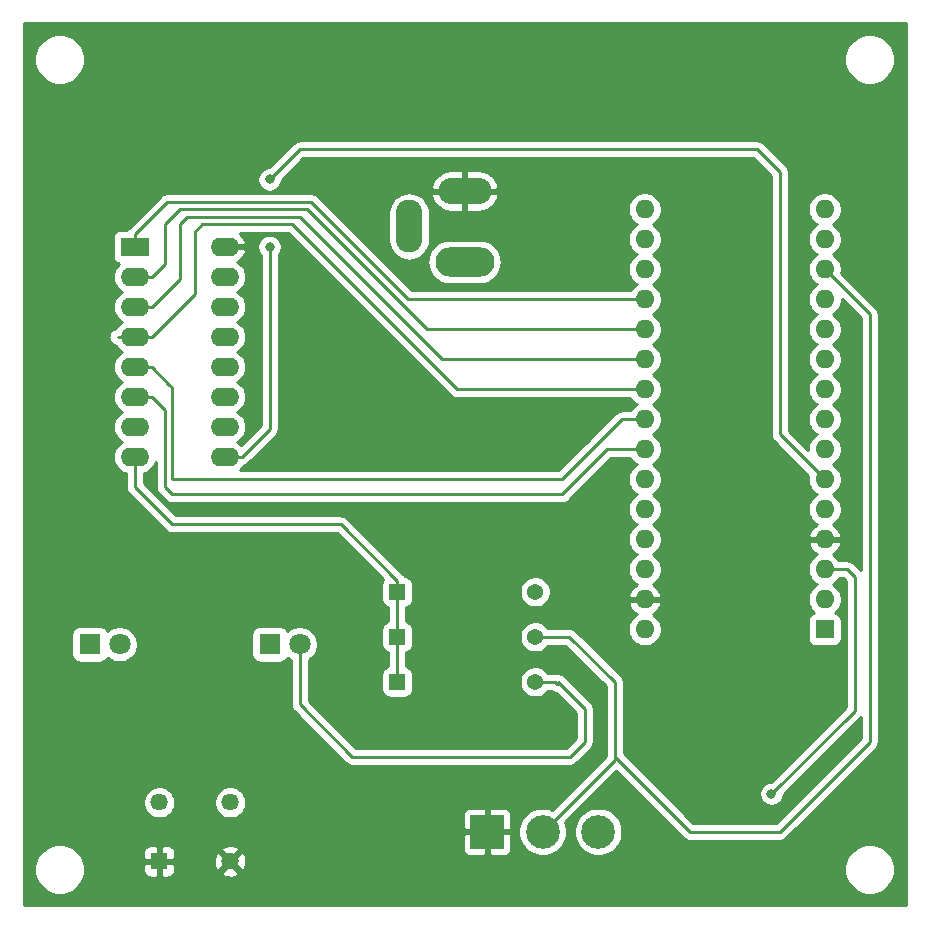
<source format=gbr>
G04 #@! TF.GenerationSoftware,KiCad,Pcbnew,(5.1.5)-3*
G04 #@! TF.CreationDate,2021-03-21T22:58:17-03:00*
G04 #@! TF.ProjectId,4164-41256 Tester,34313634-2d34-4313-9235-362054657374,rev?*
G04 #@! TF.SameCoordinates,Original*
G04 #@! TF.FileFunction,Copper,L1,Top*
G04 #@! TF.FilePolarity,Positive*
%FSLAX46Y46*%
G04 Gerber Fmt 4.6, Leading zero omitted, Abs format (unit mm)*
G04 Created by KiCad (PCBNEW (5.1.5)-3) date 2021-03-21 22:58:17*
%MOMM*%
%LPD*%
G04 APERTURE LIST*
%ADD10O,1.600000X1.600000*%
%ADD11R,1.600000X1.600000*%
%ADD12C,1.371600*%
%ADD13R,1.371600X1.371600*%
%ADD14C,1.458000*%
%ADD15R,1.458000X1.458000*%
%ADD16O,2.400000X1.600000*%
%ADD17R,2.400000X1.600000*%
%ADD18O,2.250000X4.500000*%
%ADD19O,4.500000X2.250000*%
%ADD20O,5.000000X2.500000*%
%ADD21C,2.850000*%
%ADD22R,2.850000X2.850000*%
%ADD23C,1.800000*%
%ADD24R,1.800000X1.800000*%
%ADD25C,0.800000*%
%ADD26C,0.250000*%
%ADD27C,0.254000*%
G04 APERTURE END LIST*
D10*
X123190000Y-89535000D03*
X138430000Y-89535000D03*
X123190000Y-125095000D03*
X138430000Y-92075000D03*
X123190000Y-122555000D03*
X138430000Y-94615000D03*
X123190000Y-120015000D03*
X138430000Y-97155000D03*
X123190000Y-117475000D03*
X138430000Y-99695000D03*
X123190000Y-114935000D03*
X138430000Y-102235000D03*
X123190000Y-112395000D03*
X138430000Y-104775000D03*
X123190000Y-109855000D03*
X138430000Y-107315000D03*
X123190000Y-107315000D03*
X138430000Y-109855000D03*
X123190000Y-104775000D03*
X138430000Y-112395000D03*
X123190000Y-102235000D03*
X138430000Y-114935000D03*
X123190000Y-99695000D03*
X138430000Y-117475000D03*
X123190000Y-97155000D03*
X138430000Y-120015000D03*
X123190000Y-94615000D03*
X138430000Y-122555000D03*
X123190000Y-92075000D03*
D11*
X138430000Y-125095000D03*
D12*
X113919000Y-125730000D03*
D13*
X102235000Y-125730000D03*
D14*
X88090000Y-144740000D03*
X88090000Y-139740000D03*
X82090000Y-139740000D03*
D15*
X82090000Y-144740000D03*
D16*
X87630000Y-92710000D03*
X80010000Y-110490000D03*
X87630000Y-95250000D03*
X80010000Y-107950000D03*
X87630000Y-97790000D03*
X80010000Y-105410000D03*
X87630000Y-100330000D03*
X80010000Y-102870000D03*
X87630000Y-102870000D03*
X80010000Y-100330000D03*
X87630000Y-105410000D03*
X80010000Y-97790000D03*
X87630000Y-107950000D03*
X80010000Y-95250000D03*
X87630000Y-110490000D03*
D17*
X80010000Y-92710000D03*
D18*
X103250000Y-90980000D03*
D19*
X107950000Y-87980000D03*
D20*
X107950000Y-93980000D03*
D12*
X113919000Y-129540000D03*
D13*
X102235000Y-129540000D03*
D12*
X113919000Y-121920000D03*
D13*
X102235000Y-121920000D03*
D21*
X119255000Y-142240000D03*
X114555000Y-142240000D03*
D22*
X109855000Y-142240000D03*
D23*
X93980000Y-126365000D03*
D24*
X91440000Y-126365000D03*
D23*
X78740000Y-126365000D03*
D24*
X76200000Y-126365000D03*
D25*
X91440000Y-92710000D03*
X91440000Y-86995000D03*
X133931001Y-139011001D03*
D26*
X102235000Y-128604200D02*
X102235000Y-125730000D01*
X102235000Y-129540000D02*
X102235000Y-128604200D01*
X102235000Y-125730000D02*
X102235000Y-121920000D01*
X116205000Y-113665000D02*
X120015000Y-109855000D01*
X120015000Y-109855000D02*
X123190000Y-109855000D01*
X81460000Y-105410000D02*
X82550000Y-106500000D01*
X80010000Y-105410000D02*
X81460000Y-105410000D01*
X83185000Y-113665000D02*
X116205000Y-113665000D01*
X82550000Y-106500000D02*
X82550000Y-113030000D01*
X82550000Y-113030000D02*
X83185000Y-113665000D01*
X80010000Y-102870000D02*
X81460000Y-102870000D01*
X82957500Y-104367500D02*
X83185000Y-104595000D01*
X81460000Y-102870000D02*
X82957500Y-104367500D01*
X118745000Y-109855000D02*
X121285000Y-107315000D01*
X118743590Y-109855000D02*
X118745000Y-109855000D01*
X83185705Y-104595705D02*
X83185705Y-112395705D01*
X121285000Y-107315000D02*
X123190000Y-107315000D01*
X83186410Y-112395000D02*
X116203590Y-112395000D01*
X116203590Y-112395000D02*
X118743590Y-109855000D01*
X82957500Y-104367500D02*
X83185705Y-104595705D01*
X83185705Y-112395705D02*
X83186410Y-112395000D01*
X80010000Y-100330000D02*
X78560000Y-100330000D01*
X122058630Y-104775000D02*
X123190000Y-104775000D01*
X81460000Y-100330000D02*
X85090000Y-96700000D01*
X80010000Y-100330000D02*
X81460000Y-100330000D01*
X93345000Y-90805000D02*
X107315000Y-104775000D01*
X85090000Y-96700000D02*
X85090000Y-91440000D01*
X107315000Y-104775000D02*
X122058630Y-104775000D01*
X85090000Y-91440000D02*
X85725000Y-90805000D01*
X85725000Y-90805000D02*
X93345000Y-90805000D01*
X138430000Y-112395000D02*
X134620000Y-108585000D01*
X134620000Y-108585000D02*
X134620000Y-86360000D01*
X134620000Y-86360000D02*
X132715000Y-84455000D01*
X122058630Y-102235000D02*
X123190000Y-102235000D01*
X80010000Y-97790000D02*
X80410000Y-97790000D01*
X93980000Y-90170000D02*
X106045000Y-102235000D01*
X81460000Y-97790000D02*
X83820000Y-95430000D01*
X83820000Y-90805000D02*
X84455000Y-90170000D01*
X80010000Y-97790000D02*
X81460000Y-97790000D01*
X106045000Y-102235000D02*
X123190000Y-102235000D01*
X83820000Y-95430000D02*
X83820000Y-90805000D01*
X84455000Y-90170000D02*
X93980000Y-90170000D01*
X104775000Y-99695000D02*
X123190000Y-99695000D01*
X94615000Y-89535000D02*
X104775000Y-99695000D01*
X81460000Y-95250000D02*
X82550000Y-94160000D01*
X80010000Y-95250000D02*
X81460000Y-95250000D01*
X82550000Y-94160000D02*
X82550000Y-90805000D01*
X82550000Y-90805000D02*
X83820000Y-89535000D01*
X83820000Y-89535000D02*
X94615000Y-89535000D01*
X121920000Y-97155000D02*
X123190000Y-97155000D01*
X94932500Y-88900000D02*
X103187500Y-97155000D01*
X82770000Y-88900000D02*
X94932500Y-88900000D01*
X80010000Y-92710000D02*
X80010000Y-91660000D01*
X103187500Y-97155000D02*
X123190000Y-97155000D01*
X80010000Y-91660000D02*
X82770000Y-88900000D01*
X118110000Y-131826000D02*
X118110000Y-134620000D01*
X118110000Y-134620000D02*
X116840000Y-135890000D01*
X116840000Y-135890000D02*
X98425000Y-135890000D01*
X98425000Y-135890000D02*
X93980000Y-131445000D01*
X93980000Y-131445000D02*
X93980000Y-127635000D01*
X93980000Y-127635000D02*
X93980000Y-126365000D01*
X116014500Y-129730500D02*
X115760500Y-129730500D01*
X116014500Y-129730500D02*
X118110000Y-131826000D01*
X115824000Y-129540000D02*
X116014500Y-129730500D01*
X115570000Y-129540000D02*
X113919000Y-129540000D01*
X115760500Y-129730500D02*
X115570000Y-129540000D01*
X115824000Y-125730000D02*
X116793867Y-125730000D01*
X115824000Y-125730000D02*
X113919000Y-125730000D01*
X114555000Y-142240000D02*
X114935000Y-142240000D01*
X120650000Y-135255000D02*
X120650000Y-129540000D01*
X116793867Y-125730000D02*
X120650000Y-129540000D01*
X120650000Y-129540000D02*
X120650000Y-129586133D01*
X120650000Y-136145000D02*
X114555000Y-142240000D01*
X120650000Y-135255000D02*
X120650000Y-136145000D01*
X142240000Y-98425000D02*
X142240000Y-134620000D01*
X120650000Y-135890000D02*
X120650000Y-135255000D01*
X138430000Y-94615000D02*
X142240000Y-98425000D01*
X142240000Y-134620000D02*
X134620000Y-142240000D01*
X134620000Y-142240000D02*
X127000000Y-142240000D01*
X127000000Y-142240000D02*
X120650000Y-135890000D01*
X80010000Y-113030000D02*
X80010000Y-110490000D01*
X83185000Y-116205000D02*
X80010000Y-113030000D01*
X97455800Y-116205000D02*
X83185000Y-116205000D01*
X102235000Y-121920000D02*
X102235000Y-120984200D01*
X102235000Y-120984200D02*
X97455800Y-116205000D01*
X91440000Y-93275685D02*
X91440000Y-92710000D01*
X87630000Y-110490000D02*
X89080000Y-110490000D01*
X91440000Y-108130000D02*
X91440000Y-93275685D01*
X89080000Y-110490000D02*
X91440000Y-108130000D01*
X93980000Y-84455000D02*
X91440000Y-86995000D01*
X132715000Y-84455000D02*
X93980000Y-84455000D01*
X140335000Y-120015000D02*
X139561370Y-120015000D01*
X139561370Y-120015000D02*
X138430000Y-120015000D01*
X133931001Y-139011001D02*
X140970000Y-131972002D01*
X140970000Y-131972002D02*
X140970000Y-120650000D01*
X140970000Y-120650000D02*
X140335000Y-120015000D01*
D27*
G36*
X145288000Y-148463000D02*
G01*
X70612000Y-148463000D01*
X70612000Y-145204721D01*
X71525000Y-145204721D01*
X71525000Y-145625279D01*
X71607047Y-146037756D01*
X71767988Y-146426302D01*
X72001637Y-146775983D01*
X72299017Y-147073363D01*
X72648698Y-147307012D01*
X73037244Y-147467953D01*
X73449721Y-147550000D01*
X73870279Y-147550000D01*
X74282756Y-147467953D01*
X74671302Y-147307012D01*
X75020983Y-147073363D01*
X75318363Y-146775983D01*
X75552012Y-146426302D01*
X75712953Y-146037756D01*
X75795000Y-145625279D01*
X75795000Y-145469000D01*
X80722928Y-145469000D01*
X80735188Y-145593482D01*
X80771498Y-145713180D01*
X80830463Y-145823494D01*
X80909815Y-145920185D01*
X81006506Y-145999537D01*
X81116820Y-146058502D01*
X81236518Y-146094812D01*
X81361000Y-146107072D01*
X81804250Y-146104000D01*
X81963000Y-145945250D01*
X81963000Y-144867000D01*
X82217000Y-144867000D01*
X82217000Y-145945250D01*
X82375750Y-146104000D01*
X82819000Y-146107072D01*
X82943482Y-146094812D01*
X83063180Y-146058502D01*
X83173494Y-145999537D01*
X83270185Y-145920185D01*
X83349537Y-145823494D01*
X83408502Y-145713180D01*
X83417963Y-145681991D01*
X87327614Y-145681991D01*
X87390593Y-145918717D01*
X87633988Y-146032516D01*
X87894906Y-146096644D01*
X88163323Y-146108637D01*
X88428922Y-146068034D01*
X88681496Y-145976396D01*
X88789407Y-145918717D01*
X88852386Y-145681991D01*
X88090000Y-144919605D01*
X87327614Y-145681991D01*
X83417963Y-145681991D01*
X83444812Y-145593482D01*
X83457072Y-145469000D01*
X83454000Y-145025750D01*
X83295250Y-144867000D01*
X82217000Y-144867000D01*
X81963000Y-144867000D01*
X80884750Y-144867000D01*
X80726000Y-145025750D01*
X80722928Y-145469000D01*
X75795000Y-145469000D01*
X75795000Y-145204721D01*
X75717146Y-144813323D01*
X86721363Y-144813323D01*
X86761966Y-145078922D01*
X86853604Y-145331496D01*
X86911283Y-145439407D01*
X87148009Y-145502386D01*
X87910395Y-144740000D01*
X88269605Y-144740000D01*
X89031991Y-145502386D01*
X89268717Y-145439407D01*
X89378444Y-145204721D01*
X140105000Y-145204721D01*
X140105000Y-145625279D01*
X140187047Y-146037756D01*
X140347988Y-146426302D01*
X140581637Y-146775983D01*
X140879017Y-147073363D01*
X141228698Y-147307012D01*
X141617244Y-147467953D01*
X142029721Y-147550000D01*
X142450279Y-147550000D01*
X142862756Y-147467953D01*
X143251302Y-147307012D01*
X143600983Y-147073363D01*
X143898363Y-146775983D01*
X144132012Y-146426302D01*
X144292953Y-146037756D01*
X144375000Y-145625279D01*
X144375000Y-145204721D01*
X144292953Y-144792244D01*
X144132012Y-144403698D01*
X143898363Y-144054017D01*
X143600983Y-143756637D01*
X143251302Y-143522988D01*
X142862756Y-143362047D01*
X142450279Y-143280000D01*
X142029721Y-143280000D01*
X141617244Y-143362047D01*
X141228698Y-143522988D01*
X140879017Y-143756637D01*
X140581637Y-144054017D01*
X140347988Y-144403698D01*
X140187047Y-144792244D01*
X140105000Y-145204721D01*
X89378444Y-145204721D01*
X89382516Y-145196012D01*
X89446644Y-144935094D01*
X89458637Y-144666677D01*
X89418034Y-144401078D01*
X89326396Y-144148504D01*
X89268717Y-144040593D01*
X89031991Y-143977614D01*
X88269605Y-144740000D01*
X87910395Y-144740000D01*
X87148009Y-143977614D01*
X86911283Y-144040593D01*
X86797484Y-144283988D01*
X86733356Y-144544906D01*
X86721363Y-144813323D01*
X75717146Y-144813323D01*
X75712953Y-144792244D01*
X75552012Y-144403698D01*
X75318363Y-144054017D01*
X75275346Y-144011000D01*
X80722928Y-144011000D01*
X80726000Y-144454250D01*
X80884750Y-144613000D01*
X81963000Y-144613000D01*
X81963000Y-143534750D01*
X82217000Y-143534750D01*
X82217000Y-144613000D01*
X83295250Y-144613000D01*
X83454000Y-144454250D01*
X83457072Y-144011000D01*
X83444812Y-143886518D01*
X83417964Y-143798009D01*
X87327614Y-143798009D01*
X88090000Y-144560395D01*
X88852386Y-143798009D01*
X88817001Y-143665000D01*
X107791928Y-143665000D01*
X107804188Y-143789482D01*
X107840498Y-143909180D01*
X107899463Y-144019494D01*
X107978815Y-144116185D01*
X108075506Y-144195537D01*
X108185820Y-144254502D01*
X108305518Y-144290812D01*
X108430000Y-144303072D01*
X109569250Y-144300000D01*
X109728000Y-144141250D01*
X109728000Y-142367000D01*
X109982000Y-142367000D01*
X109982000Y-144141250D01*
X110140750Y-144300000D01*
X111280000Y-144303072D01*
X111404482Y-144290812D01*
X111524180Y-144254502D01*
X111634494Y-144195537D01*
X111731185Y-144116185D01*
X111810537Y-144019494D01*
X111869502Y-143909180D01*
X111905812Y-143789482D01*
X111918072Y-143665000D01*
X111915000Y-142525750D01*
X111756250Y-142367000D01*
X109982000Y-142367000D01*
X109728000Y-142367000D01*
X107953750Y-142367000D01*
X107795000Y-142525750D01*
X107791928Y-143665000D01*
X88817001Y-143665000D01*
X88789407Y-143561283D01*
X88546012Y-143447484D01*
X88285094Y-143383356D01*
X88016677Y-143371363D01*
X87751078Y-143411966D01*
X87498504Y-143503604D01*
X87390593Y-143561283D01*
X87327614Y-143798009D01*
X83417964Y-143798009D01*
X83408502Y-143766820D01*
X83349537Y-143656506D01*
X83270185Y-143559815D01*
X83173494Y-143480463D01*
X83063180Y-143421498D01*
X82943482Y-143385188D01*
X82819000Y-143372928D01*
X82375750Y-143376000D01*
X82217000Y-143534750D01*
X81963000Y-143534750D01*
X81804250Y-143376000D01*
X81361000Y-143372928D01*
X81236518Y-143385188D01*
X81116820Y-143421498D01*
X81006506Y-143480463D01*
X80909815Y-143559815D01*
X80830463Y-143656506D01*
X80771498Y-143766820D01*
X80735188Y-143886518D01*
X80722928Y-144011000D01*
X75275346Y-144011000D01*
X75020983Y-143756637D01*
X74671302Y-143522988D01*
X74282756Y-143362047D01*
X73870279Y-143280000D01*
X73449721Y-143280000D01*
X73037244Y-143362047D01*
X72648698Y-143522988D01*
X72299017Y-143756637D01*
X72001637Y-144054017D01*
X71767988Y-144403698D01*
X71607047Y-144792244D01*
X71525000Y-145204721D01*
X70612000Y-145204721D01*
X70612000Y-139605658D01*
X80726000Y-139605658D01*
X80726000Y-139874342D01*
X80778418Y-140137864D01*
X80881239Y-140386096D01*
X81030512Y-140609499D01*
X81220501Y-140799488D01*
X81443904Y-140948761D01*
X81692136Y-141051582D01*
X81955658Y-141104000D01*
X82224342Y-141104000D01*
X82487864Y-141051582D01*
X82736096Y-140948761D01*
X82959499Y-140799488D01*
X83149488Y-140609499D01*
X83298761Y-140386096D01*
X83401582Y-140137864D01*
X83454000Y-139874342D01*
X83454000Y-139605658D01*
X86726000Y-139605658D01*
X86726000Y-139874342D01*
X86778418Y-140137864D01*
X86881239Y-140386096D01*
X87030512Y-140609499D01*
X87220501Y-140799488D01*
X87443904Y-140948761D01*
X87692136Y-141051582D01*
X87955658Y-141104000D01*
X88224342Y-141104000D01*
X88487864Y-141051582D01*
X88736096Y-140948761D01*
X88936283Y-140815000D01*
X107791928Y-140815000D01*
X107795000Y-141954250D01*
X107953750Y-142113000D01*
X109728000Y-142113000D01*
X109728000Y-140338750D01*
X109982000Y-140338750D01*
X109982000Y-142113000D01*
X111756250Y-142113000D01*
X111915000Y-141954250D01*
X111918072Y-140815000D01*
X111905812Y-140690518D01*
X111869502Y-140570820D01*
X111810537Y-140460506D01*
X111731185Y-140363815D01*
X111634494Y-140284463D01*
X111524180Y-140225498D01*
X111404482Y-140189188D01*
X111280000Y-140176928D01*
X110140750Y-140180000D01*
X109982000Y-140338750D01*
X109728000Y-140338750D01*
X109569250Y-140180000D01*
X108430000Y-140176928D01*
X108305518Y-140189188D01*
X108185820Y-140225498D01*
X108075506Y-140284463D01*
X107978815Y-140363815D01*
X107899463Y-140460506D01*
X107840498Y-140570820D01*
X107804188Y-140690518D01*
X107791928Y-140815000D01*
X88936283Y-140815000D01*
X88959499Y-140799488D01*
X89149488Y-140609499D01*
X89298761Y-140386096D01*
X89401582Y-140137864D01*
X89454000Y-139874342D01*
X89454000Y-139605658D01*
X89401582Y-139342136D01*
X89298761Y-139093904D01*
X89149488Y-138870501D01*
X88959499Y-138680512D01*
X88736096Y-138531239D01*
X88487864Y-138428418D01*
X88224342Y-138376000D01*
X87955658Y-138376000D01*
X87692136Y-138428418D01*
X87443904Y-138531239D01*
X87220501Y-138680512D01*
X87030512Y-138870501D01*
X86881239Y-139093904D01*
X86778418Y-139342136D01*
X86726000Y-139605658D01*
X83454000Y-139605658D01*
X83401582Y-139342136D01*
X83298761Y-139093904D01*
X83149488Y-138870501D01*
X82959499Y-138680512D01*
X82736096Y-138531239D01*
X82487864Y-138428418D01*
X82224342Y-138376000D01*
X81955658Y-138376000D01*
X81692136Y-138428418D01*
X81443904Y-138531239D01*
X81220501Y-138680512D01*
X81030512Y-138870501D01*
X80881239Y-139093904D01*
X80778418Y-139342136D01*
X80726000Y-139605658D01*
X70612000Y-139605658D01*
X70612000Y-125465000D01*
X74661928Y-125465000D01*
X74661928Y-127265000D01*
X74674188Y-127389482D01*
X74710498Y-127509180D01*
X74769463Y-127619494D01*
X74848815Y-127716185D01*
X74945506Y-127795537D01*
X75055820Y-127854502D01*
X75175518Y-127890812D01*
X75300000Y-127903072D01*
X77100000Y-127903072D01*
X77224482Y-127890812D01*
X77344180Y-127854502D01*
X77454494Y-127795537D01*
X77551185Y-127716185D01*
X77630537Y-127619494D01*
X77689502Y-127509180D01*
X77695056Y-127490873D01*
X77761495Y-127557312D01*
X78012905Y-127725299D01*
X78292257Y-127841011D01*
X78588816Y-127900000D01*
X78891184Y-127900000D01*
X79187743Y-127841011D01*
X79467095Y-127725299D01*
X79718505Y-127557312D01*
X79932312Y-127343505D01*
X80100299Y-127092095D01*
X80216011Y-126812743D01*
X80275000Y-126516184D01*
X80275000Y-126213816D01*
X80216011Y-125917257D01*
X80100299Y-125637905D01*
X79984768Y-125465000D01*
X89901928Y-125465000D01*
X89901928Y-127265000D01*
X89914188Y-127389482D01*
X89950498Y-127509180D01*
X90009463Y-127619494D01*
X90088815Y-127716185D01*
X90185506Y-127795537D01*
X90295820Y-127854502D01*
X90415518Y-127890812D01*
X90540000Y-127903072D01*
X92340000Y-127903072D01*
X92464482Y-127890812D01*
X92584180Y-127854502D01*
X92694494Y-127795537D01*
X92791185Y-127716185D01*
X92870537Y-127619494D01*
X92929502Y-127509180D01*
X92935056Y-127490873D01*
X93001495Y-127557312D01*
X93220001Y-127703313D01*
X93220000Y-131407677D01*
X93216324Y-131445000D01*
X93220000Y-131482322D01*
X93220000Y-131482332D01*
X93230997Y-131593985D01*
X93257015Y-131679756D01*
X93274454Y-131737246D01*
X93345026Y-131869276D01*
X93384871Y-131917826D01*
X93439999Y-131985001D01*
X93469003Y-132008804D01*
X97861200Y-136401002D01*
X97884999Y-136430001D01*
X98000724Y-136524974D01*
X98132753Y-136595546D01*
X98276014Y-136639003D01*
X98387667Y-136650000D01*
X98387676Y-136650000D01*
X98424999Y-136653676D01*
X98462322Y-136650000D01*
X116802678Y-136650000D01*
X116840000Y-136653676D01*
X116877322Y-136650000D01*
X116877333Y-136650000D01*
X116988986Y-136639003D01*
X117132247Y-136595546D01*
X117264276Y-136524974D01*
X117380001Y-136430001D01*
X117403804Y-136400997D01*
X118621003Y-135183799D01*
X118650001Y-135160001D01*
X118744974Y-135044276D01*
X118815546Y-134912247D01*
X118859003Y-134768986D01*
X118870000Y-134657333D01*
X118870000Y-134657324D01*
X118873676Y-134620001D01*
X118870000Y-134582678D01*
X118870000Y-131863333D01*
X118873677Y-131826000D01*
X118864936Y-131737247D01*
X118859003Y-131677014D01*
X118815546Y-131533753D01*
X118744974Y-131401724D01*
X118650001Y-131285999D01*
X118621004Y-131262202D01*
X116578304Y-129219503D01*
X116554501Y-129190499D01*
X116525497Y-129166696D01*
X116335002Y-128976201D01*
X116248276Y-128905026D01*
X116116246Y-128834454D01*
X115972985Y-128790998D01*
X115824000Y-128776324D01*
X115697006Y-128788832D01*
X115607333Y-128780000D01*
X115607322Y-128780000D01*
X115570000Y-128776324D01*
X115532678Y-128780000D01*
X114999698Y-128780000D01*
X114944933Y-128698039D01*
X114760961Y-128514067D01*
X114544634Y-128369522D01*
X114304263Y-128269957D01*
X114049087Y-128219200D01*
X113788913Y-128219200D01*
X113533737Y-128269957D01*
X113293366Y-128369522D01*
X113077039Y-128514067D01*
X112893067Y-128698039D01*
X112748522Y-128914366D01*
X112648957Y-129154737D01*
X112598200Y-129409913D01*
X112598200Y-129670087D01*
X112648957Y-129925263D01*
X112748522Y-130165634D01*
X112893067Y-130381961D01*
X113077039Y-130565933D01*
X113293366Y-130710478D01*
X113533737Y-130810043D01*
X113788913Y-130860800D01*
X114049087Y-130860800D01*
X114304263Y-130810043D01*
X114544634Y-130710478D01*
X114760961Y-130565933D01*
X114944933Y-130381961D01*
X114999698Y-130300000D01*
X115256444Y-130300000D01*
X115336224Y-130365474D01*
X115468253Y-130436046D01*
X115611514Y-130479503D01*
X115697135Y-130487936D01*
X117350000Y-132140802D01*
X117350001Y-134305197D01*
X116525199Y-135130000D01*
X98739802Y-135130000D01*
X94740000Y-131130199D01*
X94740000Y-127703313D01*
X94958505Y-127557312D01*
X95172312Y-127343505D01*
X95340299Y-127092095D01*
X95456011Y-126812743D01*
X95515000Y-126516184D01*
X95515000Y-126213816D01*
X95456011Y-125917257D01*
X95340299Y-125637905D01*
X95172312Y-125386495D01*
X94958505Y-125172688D01*
X94707095Y-125004701D01*
X94427743Y-124888989D01*
X94131184Y-124830000D01*
X93828816Y-124830000D01*
X93532257Y-124888989D01*
X93252905Y-125004701D01*
X93001495Y-125172688D01*
X92935056Y-125239127D01*
X92929502Y-125220820D01*
X92870537Y-125110506D01*
X92791185Y-125013815D01*
X92694494Y-124934463D01*
X92584180Y-124875498D01*
X92464482Y-124839188D01*
X92340000Y-124826928D01*
X90540000Y-124826928D01*
X90415518Y-124839188D01*
X90295820Y-124875498D01*
X90185506Y-124934463D01*
X90088815Y-125013815D01*
X90009463Y-125110506D01*
X89950498Y-125220820D01*
X89914188Y-125340518D01*
X89901928Y-125465000D01*
X79984768Y-125465000D01*
X79932312Y-125386495D01*
X79718505Y-125172688D01*
X79467095Y-125004701D01*
X79187743Y-124888989D01*
X78891184Y-124830000D01*
X78588816Y-124830000D01*
X78292257Y-124888989D01*
X78012905Y-125004701D01*
X77761495Y-125172688D01*
X77695056Y-125239127D01*
X77689502Y-125220820D01*
X77630537Y-125110506D01*
X77551185Y-125013815D01*
X77454494Y-124934463D01*
X77344180Y-124875498D01*
X77224482Y-124839188D01*
X77100000Y-124826928D01*
X75300000Y-124826928D01*
X75175518Y-124839188D01*
X75055820Y-124875498D01*
X74945506Y-124934463D01*
X74848815Y-125013815D01*
X74769463Y-125110506D01*
X74710498Y-125220820D01*
X74674188Y-125340518D01*
X74661928Y-125465000D01*
X70612000Y-125465000D01*
X70612000Y-100330000D01*
X77796323Y-100330000D01*
X77810997Y-100478986D01*
X77854454Y-100622247D01*
X77925026Y-100754276D01*
X78019999Y-100870001D01*
X78135724Y-100964974D01*
X78267753Y-101035546D01*
X78377843Y-101068941D01*
X78411068Y-101131101D01*
X78590392Y-101349608D01*
X78808899Y-101528932D01*
X78941858Y-101600000D01*
X78808899Y-101671068D01*
X78590392Y-101850392D01*
X78411068Y-102068899D01*
X78277818Y-102318192D01*
X78195764Y-102588691D01*
X78168057Y-102870000D01*
X78195764Y-103151309D01*
X78277818Y-103421808D01*
X78411068Y-103671101D01*
X78590392Y-103889608D01*
X78808899Y-104068932D01*
X78941858Y-104140000D01*
X78808899Y-104211068D01*
X78590392Y-104390392D01*
X78411068Y-104608899D01*
X78277818Y-104858192D01*
X78195764Y-105128691D01*
X78168057Y-105410000D01*
X78195764Y-105691309D01*
X78277818Y-105961808D01*
X78411068Y-106211101D01*
X78590392Y-106429608D01*
X78808899Y-106608932D01*
X78941858Y-106680000D01*
X78808899Y-106751068D01*
X78590392Y-106930392D01*
X78411068Y-107148899D01*
X78277818Y-107398192D01*
X78195764Y-107668691D01*
X78168057Y-107950000D01*
X78195764Y-108231309D01*
X78277818Y-108501808D01*
X78411068Y-108751101D01*
X78590392Y-108969608D01*
X78808899Y-109148932D01*
X78941858Y-109220000D01*
X78808899Y-109291068D01*
X78590392Y-109470392D01*
X78411068Y-109688899D01*
X78277818Y-109938192D01*
X78195764Y-110208691D01*
X78168057Y-110490000D01*
X78195764Y-110771309D01*
X78277818Y-111041808D01*
X78411068Y-111291101D01*
X78590392Y-111509608D01*
X78808899Y-111688932D01*
X79058192Y-111822182D01*
X79250000Y-111880366D01*
X79250000Y-112992677D01*
X79246324Y-113030000D01*
X79250000Y-113067322D01*
X79250000Y-113067332D01*
X79260997Y-113178985D01*
X79300666Y-113309759D01*
X79304454Y-113322246D01*
X79375026Y-113454276D01*
X79412551Y-113500000D01*
X79469999Y-113570001D01*
X79499003Y-113593804D01*
X82621200Y-116716002D01*
X82644999Y-116745001D01*
X82673997Y-116768799D01*
X82760723Y-116839974D01*
X82892753Y-116910546D01*
X83036014Y-116954003D01*
X83147667Y-116965000D01*
X83147676Y-116965000D01*
X83184999Y-116968676D01*
X83222322Y-116965000D01*
X97140999Y-116965000D01*
X101035359Y-120859362D01*
X101018663Y-120879706D01*
X100959698Y-120990020D01*
X100923388Y-121109718D01*
X100911128Y-121234200D01*
X100911128Y-122605800D01*
X100923388Y-122730282D01*
X100959698Y-122849980D01*
X101018663Y-122960294D01*
X101098015Y-123056985D01*
X101194706Y-123136337D01*
X101305020Y-123195302D01*
X101424718Y-123231612D01*
X101475001Y-123236564D01*
X101475000Y-124413436D01*
X101424718Y-124418388D01*
X101305020Y-124454698D01*
X101194706Y-124513663D01*
X101098015Y-124593015D01*
X101018663Y-124689706D01*
X100959698Y-124800020D01*
X100923388Y-124919718D01*
X100911128Y-125044200D01*
X100911128Y-126415800D01*
X100923388Y-126540282D01*
X100959698Y-126659980D01*
X101018663Y-126770294D01*
X101098015Y-126866985D01*
X101194706Y-126946337D01*
X101305020Y-127005302D01*
X101424718Y-127041612D01*
X101475001Y-127046564D01*
X101475000Y-128223436D01*
X101424718Y-128228388D01*
X101305020Y-128264698D01*
X101194706Y-128323663D01*
X101098015Y-128403015D01*
X101018663Y-128499706D01*
X100959698Y-128610020D01*
X100923388Y-128729718D01*
X100911128Y-128854200D01*
X100911128Y-130225800D01*
X100923388Y-130350282D01*
X100959698Y-130469980D01*
X101018663Y-130580294D01*
X101098015Y-130676985D01*
X101194706Y-130756337D01*
X101305020Y-130815302D01*
X101424718Y-130851612D01*
X101549200Y-130863872D01*
X102920800Y-130863872D01*
X103045282Y-130851612D01*
X103164980Y-130815302D01*
X103275294Y-130756337D01*
X103371985Y-130676985D01*
X103451337Y-130580294D01*
X103510302Y-130469980D01*
X103546612Y-130350282D01*
X103558872Y-130225800D01*
X103558872Y-128854200D01*
X103546612Y-128729718D01*
X103510302Y-128610020D01*
X103451337Y-128499706D01*
X103371985Y-128403015D01*
X103275294Y-128323663D01*
X103164980Y-128264698D01*
X103045282Y-128228388D01*
X102995000Y-128223436D01*
X102995000Y-127046564D01*
X103045282Y-127041612D01*
X103164980Y-127005302D01*
X103275294Y-126946337D01*
X103371985Y-126866985D01*
X103451337Y-126770294D01*
X103510302Y-126659980D01*
X103546612Y-126540282D01*
X103558872Y-126415800D01*
X103558872Y-125044200D01*
X103546612Y-124919718D01*
X103510302Y-124800020D01*
X103451337Y-124689706D01*
X103371985Y-124593015D01*
X103275294Y-124513663D01*
X103164980Y-124454698D01*
X103045282Y-124418388D01*
X102995000Y-124413436D01*
X102995000Y-123236564D01*
X103045282Y-123231612D01*
X103164980Y-123195302D01*
X103275294Y-123136337D01*
X103371985Y-123056985D01*
X103451337Y-122960294D01*
X103510302Y-122849980D01*
X103546612Y-122730282D01*
X103558872Y-122605800D01*
X103558872Y-121789913D01*
X112598200Y-121789913D01*
X112598200Y-122050087D01*
X112648957Y-122305263D01*
X112748522Y-122545634D01*
X112893067Y-122761961D01*
X113077039Y-122945933D01*
X113293366Y-123090478D01*
X113533737Y-123190043D01*
X113788913Y-123240800D01*
X114049087Y-123240800D01*
X114304263Y-123190043D01*
X114544634Y-123090478D01*
X114760961Y-122945933D01*
X114944933Y-122761961D01*
X115089478Y-122545634D01*
X115189043Y-122305263D01*
X115239800Y-122050087D01*
X115239800Y-121789913D01*
X115189043Y-121534737D01*
X115089478Y-121294366D01*
X114944933Y-121078039D01*
X114760961Y-120894067D01*
X114544634Y-120749522D01*
X114304263Y-120649957D01*
X114049087Y-120599200D01*
X113788913Y-120599200D01*
X113533737Y-120649957D01*
X113293366Y-120749522D01*
X113077039Y-120894067D01*
X112893067Y-121078039D01*
X112748522Y-121294366D01*
X112648957Y-121534737D01*
X112598200Y-121789913D01*
X103558872Y-121789913D01*
X103558872Y-121234200D01*
X103546612Y-121109718D01*
X103510302Y-120990020D01*
X103451337Y-120879706D01*
X103371985Y-120783015D01*
X103275294Y-120703663D01*
X103164980Y-120644698D01*
X103045282Y-120608388D01*
X102920800Y-120596128D01*
X102889326Y-120596128D01*
X102869974Y-120559924D01*
X102821628Y-120501014D01*
X102798799Y-120473196D01*
X102798795Y-120473192D01*
X102775001Y-120444199D01*
X102746008Y-120420405D01*
X98019604Y-115694003D01*
X97995801Y-115664999D01*
X97880076Y-115570026D01*
X97748047Y-115499454D01*
X97604786Y-115455997D01*
X97493133Y-115445000D01*
X97493122Y-115445000D01*
X97455800Y-115441324D01*
X97418478Y-115445000D01*
X83499802Y-115445000D01*
X80770000Y-112715199D01*
X80770000Y-111880366D01*
X80961808Y-111822182D01*
X81211101Y-111688932D01*
X81429608Y-111509608D01*
X81608932Y-111291101D01*
X81742182Y-111041808D01*
X81790001Y-110884169D01*
X81790001Y-112992668D01*
X81786324Y-113030000D01*
X81790001Y-113067332D01*
X81790001Y-113067333D01*
X81797553Y-113144003D01*
X81800998Y-113178985D01*
X81844454Y-113322246D01*
X81915026Y-113454276D01*
X81986201Y-113541002D01*
X82010000Y-113570001D01*
X82038998Y-113593799D01*
X82621200Y-114176002D01*
X82644999Y-114205001D01*
X82673997Y-114228799D01*
X82760724Y-114299974D01*
X82892753Y-114370546D01*
X83036014Y-114414003D01*
X83185000Y-114428677D01*
X83222333Y-114425000D01*
X116167678Y-114425000D01*
X116205000Y-114428676D01*
X116242322Y-114425000D01*
X116242333Y-114425000D01*
X116353986Y-114414003D01*
X116497247Y-114370546D01*
X116629276Y-114299974D01*
X116745001Y-114205001D01*
X116768804Y-114175997D01*
X120329802Y-110615000D01*
X121971957Y-110615000D01*
X122075363Y-110769759D01*
X122275241Y-110969637D01*
X122507759Y-111125000D01*
X122275241Y-111280363D01*
X122075363Y-111480241D01*
X121918320Y-111715273D01*
X121810147Y-111976426D01*
X121755000Y-112253665D01*
X121755000Y-112536335D01*
X121810147Y-112813574D01*
X121918320Y-113074727D01*
X122075363Y-113309759D01*
X122275241Y-113509637D01*
X122507759Y-113665000D01*
X122275241Y-113820363D01*
X122075363Y-114020241D01*
X121918320Y-114255273D01*
X121810147Y-114516426D01*
X121755000Y-114793665D01*
X121755000Y-115076335D01*
X121810147Y-115353574D01*
X121918320Y-115614727D01*
X122075363Y-115849759D01*
X122275241Y-116049637D01*
X122507759Y-116205000D01*
X122275241Y-116360363D01*
X122075363Y-116560241D01*
X121918320Y-116795273D01*
X121810147Y-117056426D01*
X121755000Y-117333665D01*
X121755000Y-117616335D01*
X121810147Y-117893574D01*
X121918320Y-118154727D01*
X122075363Y-118389759D01*
X122275241Y-118589637D01*
X122507759Y-118745000D01*
X122275241Y-118900363D01*
X122075363Y-119100241D01*
X121918320Y-119335273D01*
X121810147Y-119596426D01*
X121755000Y-119873665D01*
X121755000Y-120156335D01*
X121810147Y-120433574D01*
X121918320Y-120694727D01*
X122075363Y-120929759D01*
X122275241Y-121129637D01*
X122510273Y-121286680D01*
X122520865Y-121291067D01*
X122334869Y-121402615D01*
X122126481Y-121591586D01*
X121958963Y-121817580D01*
X121838754Y-122071913D01*
X121798096Y-122205961D01*
X121920085Y-122428000D01*
X123063000Y-122428000D01*
X123063000Y-122408000D01*
X123317000Y-122408000D01*
X123317000Y-122428000D01*
X124459915Y-122428000D01*
X124581904Y-122205961D01*
X124541246Y-122071913D01*
X124421037Y-121817580D01*
X124253519Y-121591586D01*
X124045131Y-121402615D01*
X123859135Y-121291067D01*
X123869727Y-121286680D01*
X124104759Y-121129637D01*
X124304637Y-120929759D01*
X124461680Y-120694727D01*
X124569853Y-120433574D01*
X124625000Y-120156335D01*
X124625000Y-119873665D01*
X124569853Y-119596426D01*
X124461680Y-119335273D01*
X124304637Y-119100241D01*
X124104759Y-118900363D01*
X123872241Y-118745000D01*
X124104759Y-118589637D01*
X124304637Y-118389759D01*
X124461680Y-118154727D01*
X124569853Y-117893574D01*
X124625000Y-117616335D01*
X124625000Y-117333665D01*
X124569853Y-117056426D01*
X124461680Y-116795273D01*
X124304637Y-116560241D01*
X124104759Y-116360363D01*
X123872241Y-116205000D01*
X124104759Y-116049637D01*
X124304637Y-115849759D01*
X124461680Y-115614727D01*
X124569853Y-115353574D01*
X124625000Y-115076335D01*
X124625000Y-114793665D01*
X124569853Y-114516426D01*
X124461680Y-114255273D01*
X124304637Y-114020241D01*
X124104759Y-113820363D01*
X123872241Y-113665000D01*
X124104759Y-113509637D01*
X124304637Y-113309759D01*
X124461680Y-113074727D01*
X124569853Y-112813574D01*
X124625000Y-112536335D01*
X124625000Y-112253665D01*
X124569853Y-111976426D01*
X124461680Y-111715273D01*
X124304637Y-111480241D01*
X124104759Y-111280363D01*
X123872241Y-111125000D01*
X124104759Y-110969637D01*
X124304637Y-110769759D01*
X124461680Y-110534727D01*
X124569853Y-110273574D01*
X124625000Y-109996335D01*
X124625000Y-109713665D01*
X124569853Y-109436426D01*
X124461680Y-109175273D01*
X124304637Y-108940241D01*
X124104759Y-108740363D01*
X123872241Y-108585000D01*
X124104759Y-108429637D01*
X124304637Y-108229759D01*
X124461680Y-107994727D01*
X124569853Y-107733574D01*
X124625000Y-107456335D01*
X124625000Y-107173665D01*
X124569853Y-106896426D01*
X124461680Y-106635273D01*
X124304637Y-106400241D01*
X124104759Y-106200363D01*
X123872241Y-106045000D01*
X124104759Y-105889637D01*
X124304637Y-105689759D01*
X124461680Y-105454727D01*
X124569853Y-105193574D01*
X124625000Y-104916335D01*
X124625000Y-104633665D01*
X124569853Y-104356426D01*
X124461680Y-104095273D01*
X124304637Y-103860241D01*
X124104759Y-103660363D01*
X123872241Y-103505000D01*
X124104759Y-103349637D01*
X124304637Y-103149759D01*
X124461680Y-102914727D01*
X124569853Y-102653574D01*
X124625000Y-102376335D01*
X124625000Y-102093665D01*
X124569853Y-101816426D01*
X124461680Y-101555273D01*
X124304637Y-101320241D01*
X124104759Y-101120363D01*
X123872241Y-100965000D01*
X124104759Y-100809637D01*
X124304637Y-100609759D01*
X124461680Y-100374727D01*
X124569853Y-100113574D01*
X124625000Y-99836335D01*
X124625000Y-99553665D01*
X124569853Y-99276426D01*
X124461680Y-99015273D01*
X124304637Y-98780241D01*
X124104759Y-98580363D01*
X123872241Y-98425000D01*
X124104759Y-98269637D01*
X124304637Y-98069759D01*
X124461680Y-97834727D01*
X124569853Y-97573574D01*
X124625000Y-97296335D01*
X124625000Y-97013665D01*
X124569853Y-96736426D01*
X124461680Y-96475273D01*
X124304637Y-96240241D01*
X124104759Y-96040363D01*
X123872241Y-95885000D01*
X124104759Y-95729637D01*
X124304637Y-95529759D01*
X124461680Y-95294727D01*
X124569853Y-95033574D01*
X124625000Y-94756335D01*
X124625000Y-94473665D01*
X124569853Y-94196426D01*
X124461680Y-93935273D01*
X124304637Y-93700241D01*
X124104759Y-93500363D01*
X123872241Y-93345000D01*
X124104759Y-93189637D01*
X124304637Y-92989759D01*
X124461680Y-92754727D01*
X124569853Y-92493574D01*
X124625000Y-92216335D01*
X124625000Y-91933665D01*
X124569853Y-91656426D01*
X124461680Y-91395273D01*
X124304637Y-91160241D01*
X124104759Y-90960363D01*
X123872241Y-90805000D01*
X124104759Y-90649637D01*
X124304637Y-90449759D01*
X124461680Y-90214727D01*
X124569853Y-89953574D01*
X124625000Y-89676335D01*
X124625000Y-89393665D01*
X124569853Y-89116426D01*
X124461680Y-88855273D01*
X124304637Y-88620241D01*
X124104759Y-88420363D01*
X123869727Y-88263320D01*
X123608574Y-88155147D01*
X123331335Y-88100000D01*
X123048665Y-88100000D01*
X122771426Y-88155147D01*
X122510273Y-88263320D01*
X122275241Y-88420363D01*
X122075363Y-88620241D01*
X121918320Y-88855273D01*
X121810147Y-89116426D01*
X121755000Y-89393665D01*
X121755000Y-89676335D01*
X121810147Y-89953574D01*
X121918320Y-90214727D01*
X122075363Y-90449759D01*
X122275241Y-90649637D01*
X122507759Y-90805000D01*
X122275241Y-90960363D01*
X122075363Y-91160241D01*
X121918320Y-91395273D01*
X121810147Y-91656426D01*
X121755000Y-91933665D01*
X121755000Y-92216335D01*
X121810147Y-92493574D01*
X121918320Y-92754727D01*
X122075363Y-92989759D01*
X122275241Y-93189637D01*
X122507759Y-93345000D01*
X122275241Y-93500363D01*
X122075363Y-93700241D01*
X121918320Y-93935273D01*
X121810147Y-94196426D01*
X121755000Y-94473665D01*
X121755000Y-94756335D01*
X121810147Y-95033574D01*
X121918320Y-95294727D01*
X122075363Y-95529759D01*
X122275241Y-95729637D01*
X122507759Y-95885000D01*
X122275241Y-96040363D01*
X122075363Y-96240241D01*
X121971957Y-96395000D01*
X103502302Y-96395000D01*
X101087302Y-93980000D01*
X104805880Y-93980000D01*
X104842275Y-94349524D01*
X104950061Y-94704848D01*
X105125097Y-95032317D01*
X105360655Y-95319345D01*
X105647683Y-95554903D01*
X105975152Y-95729939D01*
X106330476Y-95837725D01*
X106607403Y-95865000D01*
X109292597Y-95865000D01*
X109569524Y-95837725D01*
X109924848Y-95729939D01*
X110252317Y-95554903D01*
X110539345Y-95319345D01*
X110774903Y-95032317D01*
X110949939Y-94704848D01*
X111057725Y-94349524D01*
X111094120Y-93980000D01*
X111057725Y-93610476D01*
X110949939Y-93255152D01*
X110774903Y-92927683D01*
X110539345Y-92640655D01*
X110252317Y-92405097D01*
X109924848Y-92230061D01*
X109569524Y-92122275D01*
X109292597Y-92095000D01*
X106607403Y-92095000D01*
X106330476Y-92122275D01*
X105975152Y-92230061D01*
X105647683Y-92405097D01*
X105360655Y-92640655D01*
X105125097Y-92927683D01*
X104950061Y-93255152D01*
X104842275Y-93610476D01*
X104805880Y-93980000D01*
X101087302Y-93980000D01*
X96875850Y-89768548D01*
X101490000Y-89768548D01*
X101490001Y-92191453D01*
X101515468Y-92450020D01*
X101616106Y-92781781D01*
X101779535Y-93087534D01*
X101999472Y-93355529D01*
X102267467Y-93575466D01*
X102573220Y-93738895D01*
X102904981Y-93839533D01*
X103250000Y-93873515D01*
X103595020Y-93839533D01*
X103926781Y-93738895D01*
X104232534Y-93575466D01*
X104500529Y-93355529D01*
X104720466Y-93087534D01*
X104883895Y-92781781D01*
X104984533Y-92450020D01*
X105010000Y-92191453D01*
X105010000Y-89768547D01*
X104984533Y-89509980D01*
X104883895Y-89178219D01*
X104720466Y-88872466D01*
X104500529Y-88604471D01*
X104232533Y-88384534D01*
X104224131Y-88380043D01*
X105111067Y-88380043D01*
X105150371Y-88536190D01*
X105291056Y-88852207D01*
X105490689Y-89134705D01*
X105741599Y-89372829D01*
X106034144Y-89557427D01*
X106357081Y-89681406D01*
X106698000Y-89740000D01*
X107823000Y-89740000D01*
X107823000Y-88107000D01*
X108077000Y-88107000D01*
X108077000Y-89740000D01*
X109202000Y-89740000D01*
X109542919Y-89681406D01*
X109865856Y-89557427D01*
X110158401Y-89372829D01*
X110409311Y-89134705D01*
X110608944Y-88852207D01*
X110749629Y-88536190D01*
X110788933Y-88380043D01*
X110671206Y-88107000D01*
X108077000Y-88107000D01*
X107823000Y-88107000D01*
X105228794Y-88107000D01*
X105111067Y-88380043D01*
X104224131Y-88380043D01*
X103926780Y-88221105D01*
X103595019Y-88120467D01*
X103250000Y-88086485D01*
X102904980Y-88120467D01*
X102573219Y-88221105D01*
X102267466Y-88384534D01*
X101999471Y-88604471D01*
X101779534Y-88872467D01*
X101616105Y-89178220D01*
X101515467Y-89509981D01*
X101490000Y-89768548D01*
X96875850Y-89768548D01*
X95496304Y-88389003D01*
X95472501Y-88359999D01*
X95356776Y-88265026D01*
X95224747Y-88194454D01*
X95081486Y-88150997D01*
X94969833Y-88140000D01*
X94969822Y-88140000D01*
X94932500Y-88136324D01*
X94895178Y-88140000D01*
X82807322Y-88140000D01*
X82769999Y-88136324D01*
X82732676Y-88140000D01*
X82732667Y-88140000D01*
X82621014Y-88150997D01*
X82477753Y-88194454D01*
X82345724Y-88265026D01*
X82345722Y-88265027D01*
X82345723Y-88265027D01*
X82258996Y-88336201D01*
X82258992Y-88336205D01*
X82229999Y-88359999D01*
X82206205Y-88388992D01*
X79498998Y-91096201D01*
X79470000Y-91119999D01*
X79446202Y-91148997D01*
X79446201Y-91148998D01*
X79375026Y-91235724D01*
X79355674Y-91271928D01*
X78810000Y-91271928D01*
X78685518Y-91284188D01*
X78565820Y-91320498D01*
X78455506Y-91379463D01*
X78358815Y-91458815D01*
X78279463Y-91555506D01*
X78220498Y-91665820D01*
X78184188Y-91785518D01*
X78171928Y-91910000D01*
X78171928Y-93510000D01*
X78184188Y-93634482D01*
X78220498Y-93754180D01*
X78279463Y-93864494D01*
X78358815Y-93961185D01*
X78455506Y-94040537D01*
X78565820Y-94099502D01*
X78685518Y-94135812D01*
X78703482Y-94137581D01*
X78590392Y-94230392D01*
X78411068Y-94448899D01*
X78277818Y-94698192D01*
X78195764Y-94968691D01*
X78168057Y-95250000D01*
X78195764Y-95531309D01*
X78277818Y-95801808D01*
X78411068Y-96051101D01*
X78590392Y-96269608D01*
X78808899Y-96448932D01*
X78941858Y-96520000D01*
X78808899Y-96591068D01*
X78590392Y-96770392D01*
X78411068Y-96988899D01*
X78277818Y-97238192D01*
X78195764Y-97508691D01*
X78168057Y-97790000D01*
X78195764Y-98071309D01*
X78277818Y-98341808D01*
X78411068Y-98591101D01*
X78590392Y-98809608D01*
X78808899Y-98988932D01*
X78941858Y-99060000D01*
X78808899Y-99131068D01*
X78590392Y-99310392D01*
X78411068Y-99528899D01*
X78377843Y-99591059D01*
X78267753Y-99624454D01*
X78135724Y-99695026D01*
X78019999Y-99789999D01*
X77925026Y-99905724D01*
X77854454Y-100037753D01*
X77810997Y-100181014D01*
X77796323Y-100330000D01*
X70612000Y-100330000D01*
X70612000Y-86893061D01*
X90405000Y-86893061D01*
X90405000Y-87096939D01*
X90444774Y-87296898D01*
X90522795Y-87485256D01*
X90636063Y-87654774D01*
X90780226Y-87798937D01*
X90949744Y-87912205D01*
X91138102Y-87990226D01*
X91338061Y-88030000D01*
X91541939Y-88030000D01*
X91741898Y-87990226D01*
X91930256Y-87912205D01*
X92099774Y-87798937D01*
X92243937Y-87654774D01*
X92293927Y-87579957D01*
X105111067Y-87579957D01*
X105228794Y-87853000D01*
X107823000Y-87853000D01*
X107823000Y-86220000D01*
X108077000Y-86220000D01*
X108077000Y-87853000D01*
X110671206Y-87853000D01*
X110788933Y-87579957D01*
X110749629Y-87423810D01*
X110608944Y-87107793D01*
X110409311Y-86825295D01*
X110158401Y-86587171D01*
X109865856Y-86402573D01*
X109542919Y-86278594D01*
X109202000Y-86220000D01*
X108077000Y-86220000D01*
X107823000Y-86220000D01*
X106698000Y-86220000D01*
X106357081Y-86278594D01*
X106034144Y-86402573D01*
X105741599Y-86587171D01*
X105490689Y-86825295D01*
X105291056Y-87107793D01*
X105150371Y-87423810D01*
X105111067Y-87579957D01*
X92293927Y-87579957D01*
X92357205Y-87485256D01*
X92435226Y-87296898D01*
X92475000Y-87096939D01*
X92475000Y-87034801D01*
X94294803Y-85215000D01*
X132400199Y-85215000D01*
X133860001Y-86674803D01*
X133860000Y-108547678D01*
X133856324Y-108585000D01*
X133860000Y-108622322D01*
X133860000Y-108622332D01*
X133870997Y-108733985D01*
X133901805Y-108835546D01*
X133914454Y-108877246D01*
X133985026Y-109009276D01*
X134022551Y-109055000D01*
X134079999Y-109125001D01*
X134109003Y-109148804D01*
X137031312Y-112071114D01*
X136995000Y-112253665D01*
X136995000Y-112536335D01*
X137050147Y-112813574D01*
X137158320Y-113074727D01*
X137315363Y-113309759D01*
X137515241Y-113509637D01*
X137747759Y-113665000D01*
X137515241Y-113820363D01*
X137315363Y-114020241D01*
X137158320Y-114255273D01*
X137050147Y-114516426D01*
X136995000Y-114793665D01*
X136995000Y-115076335D01*
X137050147Y-115353574D01*
X137158320Y-115614727D01*
X137315363Y-115849759D01*
X137515241Y-116049637D01*
X137750273Y-116206680D01*
X137760865Y-116211067D01*
X137574869Y-116322615D01*
X137366481Y-116511586D01*
X137198963Y-116737580D01*
X137078754Y-116991913D01*
X137038096Y-117125961D01*
X137160085Y-117348000D01*
X138303000Y-117348000D01*
X138303000Y-117328000D01*
X138557000Y-117328000D01*
X138557000Y-117348000D01*
X139699915Y-117348000D01*
X139821904Y-117125961D01*
X139781246Y-116991913D01*
X139661037Y-116737580D01*
X139493519Y-116511586D01*
X139285131Y-116322615D01*
X139099135Y-116211067D01*
X139109727Y-116206680D01*
X139344759Y-116049637D01*
X139544637Y-115849759D01*
X139701680Y-115614727D01*
X139809853Y-115353574D01*
X139865000Y-115076335D01*
X139865000Y-114793665D01*
X139809853Y-114516426D01*
X139701680Y-114255273D01*
X139544637Y-114020241D01*
X139344759Y-113820363D01*
X139112241Y-113665000D01*
X139344759Y-113509637D01*
X139544637Y-113309759D01*
X139701680Y-113074727D01*
X139809853Y-112813574D01*
X139865000Y-112536335D01*
X139865000Y-112253665D01*
X139809853Y-111976426D01*
X139701680Y-111715273D01*
X139544637Y-111480241D01*
X139344759Y-111280363D01*
X139112241Y-111125000D01*
X139344759Y-110969637D01*
X139544637Y-110769759D01*
X139701680Y-110534727D01*
X139809853Y-110273574D01*
X139865000Y-109996335D01*
X139865000Y-109713665D01*
X139809853Y-109436426D01*
X139701680Y-109175273D01*
X139544637Y-108940241D01*
X139344759Y-108740363D01*
X139112241Y-108585000D01*
X139344759Y-108429637D01*
X139544637Y-108229759D01*
X139701680Y-107994727D01*
X139809853Y-107733574D01*
X139865000Y-107456335D01*
X139865000Y-107173665D01*
X139809853Y-106896426D01*
X139701680Y-106635273D01*
X139544637Y-106400241D01*
X139344759Y-106200363D01*
X139112241Y-106045000D01*
X139344759Y-105889637D01*
X139544637Y-105689759D01*
X139701680Y-105454727D01*
X139809853Y-105193574D01*
X139865000Y-104916335D01*
X139865000Y-104633665D01*
X139809853Y-104356426D01*
X139701680Y-104095273D01*
X139544637Y-103860241D01*
X139344759Y-103660363D01*
X139112241Y-103505000D01*
X139344759Y-103349637D01*
X139544637Y-103149759D01*
X139701680Y-102914727D01*
X139809853Y-102653574D01*
X139865000Y-102376335D01*
X139865000Y-102093665D01*
X139809853Y-101816426D01*
X139701680Y-101555273D01*
X139544637Y-101320241D01*
X139344759Y-101120363D01*
X139112241Y-100965000D01*
X139344759Y-100809637D01*
X139544637Y-100609759D01*
X139701680Y-100374727D01*
X139809853Y-100113574D01*
X139865000Y-99836335D01*
X139865000Y-99553665D01*
X139809853Y-99276426D01*
X139701680Y-99015273D01*
X139544637Y-98780241D01*
X139344759Y-98580363D01*
X139112241Y-98425000D01*
X139344759Y-98269637D01*
X139544637Y-98069759D01*
X139701680Y-97834727D01*
X139809853Y-97573574D01*
X139865000Y-97296335D01*
X139865000Y-97124802D01*
X141480000Y-98739802D01*
X141480001Y-120085199D01*
X140898803Y-119504002D01*
X140875001Y-119474999D01*
X140759276Y-119380026D01*
X140627247Y-119309454D01*
X140483986Y-119265997D01*
X140372333Y-119255000D01*
X140372322Y-119255000D01*
X140335000Y-119251324D01*
X140297678Y-119255000D01*
X139648043Y-119255000D01*
X139544637Y-119100241D01*
X139344759Y-118900363D01*
X139109727Y-118743320D01*
X139099135Y-118738933D01*
X139285131Y-118627385D01*
X139493519Y-118438414D01*
X139661037Y-118212420D01*
X139781246Y-117958087D01*
X139821904Y-117824039D01*
X139699915Y-117602000D01*
X138557000Y-117602000D01*
X138557000Y-117622000D01*
X138303000Y-117622000D01*
X138303000Y-117602000D01*
X137160085Y-117602000D01*
X137038096Y-117824039D01*
X137078754Y-117958087D01*
X137198963Y-118212420D01*
X137366481Y-118438414D01*
X137574869Y-118627385D01*
X137760865Y-118738933D01*
X137750273Y-118743320D01*
X137515241Y-118900363D01*
X137315363Y-119100241D01*
X137158320Y-119335273D01*
X137050147Y-119596426D01*
X136995000Y-119873665D01*
X136995000Y-120156335D01*
X137050147Y-120433574D01*
X137158320Y-120694727D01*
X137315363Y-120929759D01*
X137515241Y-121129637D01*
X137747759Y-121285000D01*
X137515241Y-121440363D01*
X137315363Y-121640241D01*
X137158320Y-121875273D01*
X137050147Y-122136426D01*
X136995000Y-122413665D01*
X136995000Y-122696335D01*
X137050147Y-122973574D01*
X137158320Y-123234727D01*
X137315363Y-123469759D01*
X137513961Y-123668357D01*
X137505518Y-123669188D01*
X137385820Y-123705498D01*
X137275506Y-123764463D01*
X137178815Y-123843815D01*
X137099463Y-123940506D01*
X137040498Y-124050820D01*
X137004188Y-124170518D01*
X136991928Y-124295000D01*
X136991928Y-125895000D01*
X137004188Y-126019482D01*
X137040498Y-126139180D01*
X137099463Y-126249494D01*
X137178815Y-126346185D01*
X137275506Y-126425537D01*
X137385820Y-126484502D01*
X137505518Y-126520812D01*
X137630000Y-126533072D01*
X139230000Y-126533072D01*
X139354482Y-126520812D01*
X139474180Y-126484502D01*
X139584494Y-126425537D01*
X139681185Y-126346185D01*
X139760537Y-126249494D01*
X139819502Y-126139180D01*
X139855812Y-126019482D01*
X139868072Y-125895000D01*
X139868072Y-124295000D01*
X139855812Y-124170518D01*
X139819502Y-124050820D01*
X139760537Y-123940506D01*
X139681185Y-123843815D01*
X139584494Y-123764463D01*
X139474180Y-123705498D01*
X139354482Y-123669188D01*
X139346039Y-123668357D01*
X139544637Y-123469759D01*
X139701680Y-123234727D01*
X139809853Y-122973574D01*
X139865000Y-122696335D01*
X139865000Y-122413665D01*
X139809853Y-122136426D01*
X139701680Y-121875273D01*
X139544637Y-121640241D01*
X139344759Y-121440363D01*
X139112241Y-121285000D01*
X139344759Y-121129637D01*
X139544637Y-120929759D01*
X139648043Y-120775000D01*
X140020199Y-120775000D01*
X140210001Y-120964803D01*
X140210000Y-131657200D01*
X133891200Y-137976001D01*
X133829062Y-137976001D01*
X133629103Y-138015775D01*
X133440745Y-138093796D01*
X133271227Y-138207064D01*
X133127064Y-138351227D01*
X133013796Y-138520745D01*
X132935775Y-138709103D01*
X132896001Y-138909062D01*
X132896001Y-139112940D01*
X132935775Y-139312899D01*
X133013796Y-139501257D01*
X133127064Y-139670775D01*
X133271227Y-139814938D01*
X133440745Y-139928206D01*
X133629103Y-140006227D01*
X133829062Y-140046001D01*
X134032940Y-140046001D01*
X134232899Y-140006227D01*
X134421257Y-139928206D01*
X134590775Y-139814938D01*
X134734938Y-139670775D01*
X134848206Y-139501257D01*
X134926227Y-139312899D01*
X134966001Y-139112940D01*
X134966001Y-139050802D01*
X141480001Y-132536803D01*
X141480001Y-134305197D01*
X134305199Y-141480000D01*
X127314802Y-141480000D01*
X121410000Y-135575199D01*
X121410000Y-129575036D01*
X121413663Y-129535404D01*
X121406124Y-129463310D01*
X121399003Y-129391014D01*
X121398332Y-129388801D01*
X121398092Y-129386509D01*
X121376646Y-129317311D01*
X121355546Y-129247753D01*
X121354456Y-129245714D01*
X121353774Y-129243513D01*
X121319210Y-129179773D01*
X121284974Y-129115724D01*
X121283510Y-129113940D01*
X121282409Y-129111910D01*
X121235999Y-129056048D01*
X121190001Y-128999999D01*
X121159236Y-128974751D01*
X117356215Y-125217229D01*
X117333868Y-125189999D01*
X117303093Y-125164743D01*
X117301467Y-125163136D01*
X117274311Y-125141122D01*
X117218143Y-125095026D01*
X117216104Y-125093936D01*
X117214314Y-125092485D01*
X117150192Y-125058705D01*
X117086114Y-125024454D01*
X117083903Y-125023783D01*
X117081862Y-125022708D01*
X117012378Y-125002087D01*
X116942853Y-124980997D01*
X116940551Y-124980770D01*
X116938343Y-124980115D01*
X116866261Y-124973453D01*
X116831200Y-124970000D01*
X116828896Y-124970000D01*
X116789272Y-124966338D01*
X116754253Y-124970000D01*
X114999698Y-124970000D01*
X114988784Y-124953665D01*
X121755000Y-124953665D01*
X121755000Y-125236335D01*
X121810147Y-125513574D01*
X121918320Y-125774727D01*
X122075363Y-126009759D01*
X122275241Y-126209637D01*
X122510273Y-126366680D01*
X122771426Y-126474853D01*
X123048665Y-126530000D01*
X123331335Y-126530000D01*
X123608574Y-126474853D01*
X123869727Y-126366680D01*
X124104759Y-126209637D01*
X124304637Y-126009759D01*
X124461680Y-125774727D01*
X124569853Y-125513574D01*
X124625000Y-125236335D01*
X124625000Y-124953665D01*
X124569853Y-124676426D01*
X124461680Y-124415273D01*
X124304637Y-124180241D01*
X124104759Y-123980363D01*
X123869727Y-123823320D01*
X123859135Y-123818933D01*
X124045131Y-123707385D01*
X124253519Y-123518414D01*
X124421037Y-123292420D01*
X124541246Y-123038087D01*
X124581904Y-122904039D01*
X124459915Y-122682000D01*
X123317000Y-122682000D01*
X123317000Y-122702000D01*
X123063000Y-122702000D01*
X123063000Y-122682000D01*
X121920085Y-122682000D01*
X121798096Y-122904039D01*
X121838754Y-123038087D01*
X121958963Y-123292420D01*
X122126481Y-123518414D01*
X122334869Y-123707385D01*
X122520865Y-123818933D01*
X122510273Y-123823320D01*
X122275241Y-123980363D01*
X122075363Y-124180241D01*
X121918320Y-124415273D01*
X121810147Y-124676426D01*
X121755000Y-124953665D01*
X114988784Y-124953665D01*
X114944933Y-124888039D01*
X114760961Y-124704067D01*
X114544634Y-124559522D01*
X114304263Y-124459957D01*
X114049087Y-124409200D01*
X113788913Y-124409200D01*
X113533737Y-124459957D01*
X113293366Y-124559522D01*
X113077039Y-124704067D01*
X112893067Y-124888039D01*
X112748522Y-125104366D01*
X112648957Y-125344737D01*
X112598200Y-125599913D01*
X112598200Y-125860087D01*
X112648957Y-126115263D01*
X112748522Y-126355634D01*
X112893067Y-126571961D01*
X113077039Y-126755933D01*
X113293366Y-126900478D01*
X113533737Y-127000043D01*
X113788913Y-127050800D01*
X114049087Y-127050800D01*
X114304263Y-127000043D01*
X114544634Y-126900478D01*
X114760961Y-126755933D01*
X114944933Y-126571961D01*
X114999698Y-126490000D01*
X116481741Y-126490000D01*
X119890001Y-129857485D01*
X119890000Y-135217667D01*
X119890000Y-135830198D01*
X115371656Y-140348542D01*
X115155880Y-140259165D01*
X114757892Y-140180000D01*
X114352108Y-140180000D01*
X113954120Y-140259165D01*
X113579224Y-140414452D01*
X113241827Y-140639894D01*
X112954894Y-140926827D01*
X112729452Y-141264224D01*
X112574165Y-141639120D01*
X112495000Y-142037108D01*
X112495000Y-142442892D01*
X112574165Y-142840880D01*
X112729452Y-143215776D01*
X112954894Y-143553173D01*
X113241827Y-143840106D01*
X113579224Y-144065548D01*
X113954120Y-144220835D01*
X114352108Y-144300000D01*
X114757892Y-144300000D01*
X115155880Y-144220835D01*
X115530776Y-144065548D01*
X115868173Y-143840106D01*
X116155106Y-143553173D01*
X116380548Y-143215776D01*
X116535835Y-142840880D01*
X116615000Y-142442892D01*
X116615000Y-142037108D01*
X117195000Y-142037108D01*
X117195000Y-142442892D01*
X117274165Y-142840880D01*
X117429452Y-143215776D01*
X117654894Y-143553173D01*
X117941827Y-143840106D01*
X118279224Y-144065548D01*
X118654120Y-144220835D01*
X119052108Y-144300000D01*
X119457892Y-144300000D01*
X119855880Y-144220835D01*
X120230776Y-144065548D01*
X120568173Y-143840106D01*
X120855106Y-143553173D01*
X121080548Y-143215776D01*
X121235835Y-142840880D01*
X121315000Y-142442892D01*
X121315000Y-142037108D01*
X121235835Y-141639120D01*
X121080548Y-141264224D01*
X120855106Y-140926827D01*
X120568173Y-140639894D01*
X120230776Y-140414452D01*
X119855880Y-140259165D01*
X119457892Y-140180000D01*
X119052108Y-140180000D01*
X118654120Y-140259165D01*
X118279224Y-140414452D01*
X117941827Y-140639894D01*
X117654894Y-140926827D01*
X117429452Y-141264224D01*
X117274165Y-141639120D01*
X117195000Y-142037108D01*
X116615000Y-142037108D01*
X116535835Y-141639120D01*
X116446458Y-141423344D01*
X120777500Y-137092302D01*
X126436201Y-142751003D01*
X126459999Y-142780001D01*
X126488997Y-142803799D01*
X126575723Y-142874974D01*
X126707753Y-142945546D01*
X126851014Y-142989003D01*
X126962667Y-143000000D01*
X126962676Y-143000000D01*
X126999999Y-143003676D01*
X127037322Y-143000000D01*
X134582678Y-143000000D01*
X134620000Y-143003676D01*
X134657322Y-143000000D01*
X134657333Y-143000000D01*
X134768986Y-142989003D01*
X134912247Y-142945546D01*
X135044276Y-142874974D01*
X135160001Y-142780001D01*
X135183804Y-142750997D01*
X142751003Y-135183799D01*
X142780001Y-135160001D01*
X142874974Y-135044276D01*
X142945546Y-134912247D01*
X142989003Y-134768986D01*
X143000000Y-134657333D01*
X143000000Y-134657324D01*
X143003676Y-134620001D01*
X143000000Y-134582678D01*
X143000000Y-98462325D01*
X143003676Y-98425000D01*
X143000000Y-98387675D01*
X143000000Y-98387667D01*
X142989003Y-98276014D01*
X142945546Y-98132753D01*
X142874974Y-98000724D01*
X142780001Y-97884999D01*
X142751004Y-97861202D01*
X139828688Y-94938887D01*
X139865000Y-94756335D01*
X139865000Y-94473665D01*
X139809853Y-94196426D01*
X139701680Y-93935273D01*
X139544637Y-93700241D01*
X139344759Y-93500363D01*
X139112241Y-93345000D01*
X139344759Y-93189637D01*
X139544637Y-92989759D01*
X139701680Y-92754727D01*
X139809853Y-92493574D01*
X139865000Y-92216335D01*
X139865000Y-91933665D01*
X139809853Y-91656426D01*
X139701680Y-91395273D01*
X139544637Y-91160241D01*
X139344759Y-90960363D01*
X139112241Y-90805000D01*
X139344759Y-90649637D01*
X139544637Y-90449759D01*
X139701680Y-90214727D01*
X139809853Y-89953574D01*
X139865000Y-89676335D01*
X139865000Y-89393665D01*
X139809853Y-89116426D01*
X139701680Y-88855273D01*
X139544637Y-88620241D01*
X139344759Y-88420363D01*
X139109727Y-88263320D01*
X138848574Y-88155147D01*
X138571335Y-88100000D01*
X138288665Y-88100000D01*
X138011426Y-88155147D01*
X137750273Y-88263320D01*
X137515241Y-88420363D01*
X137315363Y-88620241D01*
X137158320Y-88855273D01*
X137050147Y-89116426D01*
X136995000Y-89393665D01*
X136995000Y-89676335D01*
X137050147Y-89953574D01*
X137158320Y-90214727D01*
X137315363Y-90449759D01*
X137515241Y-90649637D01*
X137747759Y-90805000D01*
X137515241Y-90960363D01*
X137315363Y-91160241D01*
X137158320Y-91395273D01*
X137050147Y-91656426D01*
X136995000Y-91933665D01*
X136995000Y-92216335D01*
X137050147Y-92493574D01*
X137158320Y-92754727D01*
X137315363Y-92989759D01*
X137515241Y-93189637D01*
X137747759Y-93345000D01*
X137515241Y-93500363D01*
X137315363Y-93700241D01*
X137158320Y-93935273D01*
X137050147Y-94196426D01*
X136995000Y-94473665D01*
X136995000Y-94756335D01*
X137050147Y-95033574D01*
X137158320Y-95294727D01*
X137315363Y-95529759D01*
X137515241Y-95729637D01*
X137747759Y-95885000D01*
X137515241Y-96040363D01*
X137315363Y-96240241D01*
X137158320Y-96475273D01*
X137050147Y-96736426D01*
X136995000Y-97013665D01*
X136995000Y-97296335D01*
X137050147Y-97573574D01*
X137158320Y-97834727D01*
X137315363Y-98069759D01*
X137515241Y-98269637D01*
X137747759Y-98425000D01*
X137515241Y-98580363D01*
X137315363Y-98780241D01*
X137158320Y-99015273D01*
X137050147Y-99276426D01*
X136995000Y-99553665D01*
X136995000Y-99836335D01*
X137050147Y-100113574D01*
X137158320Y-100374727D01*
X137315363Y-100609759D01*
X137515241Y-100809637D01*
X137747759Y-100965000D01*
X137515241Y-101120363D01*
X137315363Y-101320241D01*
X137158320Y-101555273D01*
X137050147Y-101816426D01*
X136995000Y-102093665D01*
X136995000Y-102376335D01*
X137050147Y-102653574D01*
X137158320Y-102914727D01*
X137315363Y-103149759D01*
X137515241Y-103349637D01*
X137747759Y-103505000D01*
X137515241Y-103660363D01*
X137315363Y-103860241D01*
X137158320Y-104095273D01*
X137050147Y-104356426D01*
X136995000Y-104633665D01*
X136995000Y-104916335D01*
X137050147Y-105193574D01*
X137158320Y-105454727D01*
X137315363Y-105689759D01*
X137515241Y-105889637D01*
X137747759Y-106045000D01*
X137515241Y-106200363D01*
X137315363Y-106400241D01*
X137158320Y-106635273D01*
X137050147Y-106896426D01*
X136995000Y-107173665D01*
X136995000Y-107456335D01*
X137050147Y-107733574D01*
X137158320Y-107994727D01*
X137315363Y-108229759D01*
X137515241Y-108429637D01*
X137747759Y-108585000D01*
X137515241Y-108740363D01*
X137315363Y-108940241D01*
X137158320Y-109175273D01*
X137050147Y-109436426D01*
X136995000Y-109713665D01*
X136995000Y-109885199D01*
X135380000Y-108270199D01*
X135380000Y-86397323D01*
X135383676Y-86360000D01*
X135380000Y-86322677D01*
X135380000Y-86322667D01*
X135369003Y-86211014D01*
X135325546Y-86067753D01*
X135254974Y-85935724D01*
X135160001Y-85819999D01*
X135131003Y-85796201D01*
X133278804Y-83944003D01*
X133255001Y-83914999D01*
X133139276Y-83820026D01*
X133007247Y-83749454D01*
X132863986Y-83705997D01*
X132752333Y-83695000D01*
X132752322Y-83695000D01*
X132715000Y-83691324D01*
X132677678Y-83695000D01*
X94017322Y-83695000D01*
X93979999Y-83691324D01*
X93942676Y-83695000D01*
X93942667Y-83695000D01*
X93831014Y-83705997D01*
X93687753Y-83749454D01*
X93555724Y-83820026D01*
X93555722Y-83820027D01*
X93555723Y-83820027D01*
X93468996Y-83891201D01*
X93468992Y-83891205D01*
X93439999Y-83914999D01*
X93416205Y-83943992D01*
X91400199Y-85960000D01*
X91338061Y-85960000D01*
X91138102Y-85999774D01*
X90949744Y-86077795D01*
X90780226Y-86191063D01*
X90636063Y-86335226D01*
X90522795Y-86504744D01*
X90444774Y-86693102D01*
X90405000Y-86893061D01*
X70612000Y-86893061D01*
X70612000Y-76624721D01*
X71525000Y-76624721D01*
X71525000Y-77045279D01*
X71607047Y-77457756D01*
X71767988Y-77846302D01*
X72001637Y-78195983D01*
X72299017Y-78493363D01*
X72648698Y-78727012D01*
X73037244Y-78887953D01*
X73449721Y-78970000D01*
X73870279Y-78970000D01*
X74282756Y-78887953D01*
X74671302Y-78727012D01*
X75020983Y-78493363D01*
X75318363Y-78195983D01*
X75552012Y-77846302D01*
X75712953Y-77457756D01*
X75795000Y-77045279D01*
X75795000Y-76624721D01*
X140105000Y-76624721D01*
X140105000Y-77045279D01*
X140187047Y-77457756D01*
X140347988Y-77846302D01*
X140581637Y-78195983D01*
X140879017Y-78493363D01*
X141228698Y-78727012D01*
X141617244Y-78887953D01*
X142029721Y-78970000D01*
X142450279Y-78970000D01*
X142862756Y-78887953D01*
X143251302Y-78727012D01*
X143600983Y-78493363D01*
X143898363Y-78195983D01*
X144132012Y-77846302D01*
X144292953Y-77457756D01*
X144375000Y-77045279D01*
X144375000Y-76624721D01*
X144292953Y-76212244D01*
X144132012Y-75823698D01*
X143898363Y-75474017D01*
X143600983Y-75176637D01*
X143251302Y-74942988D01*
X142862756Y-74782047D01*
X142450279Y-74700000D01*
X142029721Y-74700000D01*
X141617244Y-74782047D01*
X141228698Y-74942988D01*
X140879017Y-75176637D01*
X140581637Y-75474017D01*
X140347988Y-75823698D01*
X140187047Y-76212244D01*
X140105000Y-76624721D01*
X75795000Y-76624721D01*
X75712953Y-76212244D01*
X75552012Y-75823698D01*
X75318363Y-75474017D01*
X75020983Y-75176637D01*
X74671302Y-74942988D01*
X74282756Y-74782047D01*
X73870279Y-74700000D01*
X73449721Y-74700000D01*
X73037244Y-74782047D01*
X72648698Y-74942988D01*
X72299017Y-75176637D01*
X72001637Y-75474017D01*
X71767988Y-75823698D01*
X71607047Y-76212244D01*
X71525000Y-76624721D01*
X70612000Y-76624721D01*
X70612000Y-73787000D01*
X145288000Y-73787000D01*
X145288000Y-148463000D01*
G37*
X145288000Y-148463000D02*
X70612000Y-148463000D01*
X70612000Y-145204721D01*
X71525000Y-145204721D01*
X71525000Y-145625279D01*
X71607047Y-146037756D01*
X71767988Y-146426302D01*
X72001637Y-146775983D01*
X72299017Y-147073363D01*
X72648698Y-147307012D01*
X73037244Y-147467953D01*
X73449721Y-147550000D01*
X73870279Y-147550000D01*
X74282756Y-147467953D01*
X74671302Y-147307012D01*
X75020983Y-147073363D01*
X75318363Y-146775983D01*
X75552012Y-146426302D01*
X75712953Y-146037756D01*
X75795000Y-145625279D01*
X75795000Y-145469000D01*
X80722928Y-145469000D01*
X80735188Y-145593482D01*
X80771498Y-145713180D01*
X80830463Y-145823494D01*
X80909815Y-145920185D01*
X81006506Y-145999537D01*
X81116820Y-146058502D01*
X81236518Y-146094812D01*
X81361000Y-146107072D01*
X81804250Y-146104000D01*
X81963000Y-145945250D01*
X81963000Y-144867000D01*
X82217000Y-144867000D01*
X82217000Y-145945250D01*
X82375750Y-146104000D01*
X82819000Y-146107072D01*
X82943482Y-146094812D01*
X83063180Y-146058502D01*
X83173494Y-145999537D01*
X83270185Y-145920185D01*
X83349537Y-145823494D01*
X83408502Y-145713180D01*
X83417963Y-145681991D01*
X87327614Y-145681991D01*
X87390593Y-145918717D01*
X87633988Y-146032516D01*
X87894906Y-146096644D01*
X88163323Y-146108637D01*
X88428922Y-146068034D01*
X88681496Y-145976396D01*
X88789407Y-145918717D01*
X88852386Y-145681991D01*
X88090000Y-144919605D01*
X87327614Y-145681991D01*
X83417963Y-145681991D01*
X83444812Y-145593482D01*
X83457072Y-145469000D01*
X83454000Y-145025750D01*
X83295250Y-144867000D01*
X82217000Y-144867000D01*
X81963000Y-144867000D01*
X80884750Y-144867000D01*
X80726000Y-145025750D01*
X80722928Y-145469000D01*
X75795000Y-145469000D01*
X75795000Y-145204721D01*
X75717146Y-144813323D01*
X86721363Y-144813323D01*
X86761966Y-145078922D01*
X86853604Y-145331496D01*
X86911283Y-145439407D01*
X87148009Y-145502386D01*
X87910395Y-144740000D01*
X88269605Y-144740000D01*
X89031991Y-145502386D01*
X89268717Y-145439407D01*
X89378444Y-145204721D01*
X140105000Y-145204721D01*
X140105000Y-145625279D01*
X140187047Y-146037756D01*
X140347988Y-146426302D01*
X140581637Y-146775983D01*
X140879017Y-147073363D01*
X141228698Y-147307012D01*
X141617244Y-147467953D01*
X142029721Y-147550000D01*
X142450279Y-147550000D01*
X142862756Y-147467953D01*
X143251302Y-147307012D01*
X143600983Y-147073363D01*
X143898363Y-146775983D01*
X144132012Y-146426302D01*
X144292953Y-146037756D01*
X144375000Y-145625279D01*
X144375000Y-145204721D01*
X144292953Y-144792244D01*
X144132012Y-144403698D01*
X143898363Y-144054017D01*
X143600983Y-143756637D01*
X143251302Y-143522988D01*
X142862756Y-143362047D01*
X142450279Y-143280000D01*
X142029721Y-143280000D01*
X141617244Y-143362047D01*
X141228698Y-143522988D01*
X140879017Y-143756637D01*
X140581637Y-144054017D01*
X140347988Y-144403698D01*
X140187047Y-144792244D01*
X140105000Y-145204721D01*
X89378444Y-145204721D01*
X89382516Y-145196012D01*
X89446644Y-144935094D01*
X89458637Y-144666677D01*
X89418034Y-144401078D01*
X89326396Y-144148504D01*
X89268717Y-144040593D01*
X89031991Y-143977614D01*
X88269605Y-144740000D01*
X87910395Y-144740000D01*
X87148009Y-143977614D01*
X86911283Y-144040593D01*
X86797484Y-144283988D01*
X86733356Y-144544906D01*
X86721363Y-144813323D01*
X75717146Y-144813323D01*
X75712953Y-144792244D01*
X75552012Y-144403698D01*
X75318363Y-144054017D01*
X75275346Y-144011000D01*
X80722928Y-144011000D01*
X80726000Y-144454250D01*
X80884750Y-144613000D01*
X81963000Y-144613000D01*
X81963000Y-143534750D01*
X82217000Y-143534750D01*
X82217000Y-144613000D01*
X83295250Y-144613000D01*
X83454000Y-144454250D01*
X83457072Y-144011000D01*
X83444812Y-143886518D01*
X83417964Y-143798009D01*
X87327614Y-143798009D01*
X88090000Y-144560395D01*
X88852386Y-143798009D01*
X88817001Y-143665000D01*
X107791928Y-143665000D01*
X107804188Y-143789482D01*
X107840498Y-143909180D01*
X107899463Y-144019494D01*
X107978815Y-144116185D01*
X108075506Y-144195537D01*
X108185820Y-144254502D01*
X108305518Y-144290812D01*
X108430000Y-144303072D01*
X109569250Y-144300000D01*
X109728000Y-144141250D01*
X109728000Y-142367000D01*
X109982000Y-142367000D01*
X109982000Y-144141250D01*
X110140750Y-144300000D01*
X111280000Y-144303072D01*
X111404482Y-144290812D01*
X111524180Y-144254502D01*
X111634494Y-144195537D01*
X111731185Y-144116185D01*
X111810537Y-144019494D01*
X111869502Y-143909180D01*
X111905812Y-143789482D01*
X111918072Y-143665000D01*
X111915000Y-142525750D01*
X111756250Y-142367000D01*
X109982000Y-142367000D01*
X109728000Y-142367000D01*
X107953750Y-142367000D01*
X107795000Y-142525750D01*
X107791928Y-143665000D01*
X88817001Y-143665000D01*
X88789407Y-143561283D01*
X88546012Y-143447484D01*
X88285094Y-143383356D01*
X88016677Y-143371363D01*
X87751078Y-143411966D01*
X87498504Y-143503604D01*
X87390593Y-143561283D01*
X87327614Y-143798009D01*
X83417964Y-143798009D01*
X83408502Y-143766820D01*
X83349537Y-143656506D01*
X83270185Y-143559815D01*
X83173494Y-143480463D01*
X83063180Y-143421498D01*
X82943482Y-143385188D01*
X82819000Y-143372928D01*
X82375750Y-143376000D01*
X82217000Y-143534750D01*
X81963000Y-143534750D01*
X81804250Y-143376000D01*
X81361000Y-143372928D01*
X81236518Y-143385188D01*
X81116820Y-143421498D01*
X81006506Y-143480463D01*
X80909815Y-143559815D01*
X80830463Y-143656506D01*
X80771498Y-143766820D01*
X80735188Y-143886518D01*
X80722928Y-144011000D01*
X75275346Y-144011000D01*
X75020983Y-143756637D01*
X74671302Y-143522988D01*
X74282756Y-143362047D01*
X73870279Y-143280000D01*
X73449721Y-143280000D01*
X73037244Y-143362047D01*
X72648698Y-143522988D01*
X72299017Y-143756637D01*
X72001637Y-144054017D01*
X71767988Y-144403698D01*
X71607047Y-144792244D01*
X71525000Y-145204721D01*
X70612000Y-145204721D01*
X70612000Y-139605658D01*
X80726000Y-139605658D01*
X80726000Y-139874342D01*
X80778418Y-140137864D01*
X80881239Y-140386096D01*
X81030512Y-140609499D01*
X81220501Y-140799488D01*
X81443904Y-140948761D01*
X81692136Y-141051582D01*
X81955658Y-141104000D01*
X82224342Y-141104000D01*
X82487864Y-141051582D01*
X82736096Y-140948761D01*
X82959499Y-140799488D01*
X83149488Y-140609499D01*
X83298761Y-140386096D01*
X83401582Y-140137864D01*
X83454000Y-139874342D01*
X83454000Y-139605658D01*
X86726000Y-139605658D01*
X86726000Y-139874342D01*
X86778418Y-140137864D01*
X86881239Y-140386096D01*
X87030512Y-140609499D01*
X87220501Y-140799488D01*
X87443904Y-140948761D01*
X87692136Y-141051582D01*
X87955658Y-141104000D01*
X88224342Y-141104000D01*
X88487864Y-141051582D01*
X88736096Y-140948761D01*
X88936283Y-140815000D01*
X107791928Y-140815000D01*
X107795000Y-141954250D01*
X107953750Y-142113000D01*
X109728000Y-142113000D01*
X109728000Y-140338750D01*
X109982000Y-140338750D01*
X109982000Y-142113000D01*
X111756250Y-142113000D01*
X111915000Y-141954250D01*
X111918072Y-140815000D01*
X111905812Y-140690518D01*
X111869502Y-140570820D01*
X111810537Y-140460506D01*
X111731185Y-140363815D01*
X111634494Y-140284463D01*
X111524180Y-140225498D01*
X111404482Y-140189188D01*
X111280000Y-140176928D01*
X110140750Y-140180000D01*
X109982000Y-140338750D01*
X109728000Y-140338750D01*
X109569250Y-140180000D01*
X108430000Y-140176928D01*
X108305518Y-140189188D01*
X108185820Y-140225498D01*
X108075506Y-140284463D01*
X107978815Y-140363815D01*
X107899463Y-140460506D01*
X107840498Y-140570820D01*
X107804188Y-140690518D01*
X107791928Y-140815000D01*
X88936283Y-140815000D01*
X88959499Y-140799488D01*
X89149488Y-140609499D01*
X89298761Y-140386096D01*
X89401582Y-140137864D01*
X89454000Y-139874342D01*
X89454000Y-139605658D01*
X89401582Y-139342136D01*
X89298761Y-139093904D01*
X89149488Y-138870501D01*
X88959499Y-138680512D01*
X88736096Y-138531239D01*
X88487864Y-138428418D01*
X88224342Y-138376000D01*
X87955658Y-138376000D01*
X87692136Y-138428418D01*
X87443904Y-138531239D01*
X87220501Y-138680512D01*
X87030512Y-138870501D01*
X86881239Y-139093904D01*
X86778418Y-139342136D01*
X86726000Y-139605658D01*
X83454000Y-139605658D01*
X83401582Y-139342136D01*
X83298761Y-139093904D01*
X83149488Y-138870501D01*
X82959499Y-138680512D01*
X82736096Y-138531239D01*
X82487864Y-138428418D01*
X82224342Y-138376000D01*
X81955658Y-138376000D01*
X81692136Y-138428418D01*
X81443904Y-138531239D01*
X81220501Y-138680512D01*
X81030512Y-138870501D01*
X80881239Y-139093904D01*
X80778418Y-139342136D01*
X80726000Y-139605658D01*
X70612000Y-139605658D01*
X70612000Y-125465000D01*
X74661928Y-125465000D01*
X74661928Y-127265000D01*
X74674188Y-127389482D01*
X74710498Y-127509180D01*
X74769463Y-127619494D01*
X74848815Y-127716185D01*
X74945506Y-127795537D01*
X75055820Y-127854502D01*
X75175518Y-127890812D01*
X75300000Y-127903072D01*
X77100000Y-127903072D01*
X77224482Y-127890812D01*
X77344180Y-127854502D01*
X77454494Y-127795537D01*
X77551185Y-127716185D01*
X77630537Y-127619494D01*
X77689502Y-127509180D01*
X77695056Y-127490873D01*
X77761495Y-127557312D01*
X78012905Y-127725299D01*
X78292257Y-127841011D01*
X78588816Y-127900000D01*
X78891184Y-127900000D01*
X79187743Y-127841011D01*
X79467095Y-127725299D01*
X79718505Y-127557312D01*
X79932312Y-127343505D01*
X80100299Y-127092095D01*
X80216011Y-126812743D01*
X80275000Y-126516184D01*
X80275000Y-126213816D01*
X80216011Y-125917257D01*
X80100299Y-125637905D01*
X79984768Y-125465000D01*
X89901928Y-125465000D01*
X89901928Y-127265000D01*
X89914188Y-127389482D01*
X89950498Y-127509180D01*
X90009463Y-127619494D01*
X90088815Y-127716185D01*
X90185506Y-127795537D01*
X90295820Y-127854502D01*
X90415518Y-127890812D01*
X90540000Y-127903072D01*
X92340000Y-127903072D01*
X92464482Y-127890812D01*
X92584180Y-127854502D01*
X92694494Y-127795537D01*
X92791185Y-127716185D01*
X92870537Y-127619494D01*
X92929502Y-127509180D01*
X92935056Y-127490873D01*
X93001495Y-127557312D01*
X93220001Y-127703313D01*
X93220000Y-131407677D01*
X93216324Y-131445000D01*
X93220000Y-131482322D01*
X93220000Y-131482332D01*
X93230997Y-131593985D01*
X93257015Y-131679756D01*
X93274454Y-131737246D01*
X93345026Y-131869276D01*
X93384871Y-131917826D01*
X93439999Y-131985001D01*
X93469003Y-132008804D01*
X97861200Y-136401002D01*
X97884999Y-136430001D01*
X98000724Y-136524974D01*
X98132753Y-136595546D01*
X98276014Y-136639003D01*
X98387667Y-136650000D01*
X98387676Y-136650000D01*
X98424999Y-136653676D01*
X98462322Y-136650000D01*
X116802678Y-136650000D01*
X116840000Y-136653676D01*
X116877322Y-136650000D01*
X116877333Y-136650000D01*
X116988986Y-136639003D01*
X117132247Y-136595546D01*
X117264276Y-136524974D01*
X117380001Y-136430001D01*
X117403804Y-136400997D01*
X118621003Y-135183799D01*
X118650001Y-135160001D01*
X118744974Y-135044276D01*
X118815546Y-134912247D01*
X118859003Y-134768986D01*
X118870000Y-134657333D01*
X118870000Y-134657324D01*
X118873676Y-134620001D01*
X118870000Y-134582678D01*
X118870000Y-131863333D01*
X118873677Y-131826000D01*
X118864936Y-131737247D01*
X118859003Y-131677014D01*
X118815546Y-131533753D01*
X118744974Y-131401724D01*
X118650001Y-131285999D01*
X118621004Y-131262202D01*
X116578304Y-129219503D01*
X116554501Y-129190499D01*
X116525497Y-129166696D01*
X116335002Y-128976201D01*
X116248276Y-128905026D01*
X116116246Y-128834454D01*
X115972985Y-128790998D01*
X115824000Y-128776324D01*
X115697006Y-128788832D01*
X115607333Y-128780000D01*
X115607322Y-128780000D01*
X115570000Y-128776324D01*
X115532678Y-128780000D01*
X114999698Y-128780000D01*
X114944933Y-128698039D01*
X114760961Y-128514067D01*
X114544634Y-128369522D01*
X114304263Y-128269957D01*
X114049087Y-128219200D01*
X113788913Y-128219200D01*
X113533737Y-128269957D01*
X113293366Y-128369522D01*
X113077039Y-128514067D01*
X112893067Y-128698039D01*
X112748522Y-128914366D01*
X112648957Y-129154737D01*
X112598200Y-129409913D01*
X112598200Y-129670087D01*
X112648957Y-129925263D01*
X112748522Y-130165634D01*
X112893067Y-130381961D01*
X113077039Y-130565933D01*
X113293366Y-130710478D01*
X113533737Y-130810043D01*
X113788913Y-130860800D01*
X114049087Y-130860800D01*
X114304263Y-130810043D01*
X114544634Y-130710478D01*
X114760961Y-130565933D01*
X114944933Y-130381961D01*
X114999698Y-130300000D01*
X115256444Y-130300000D01*
X115336224Y-130365474D01*
X115468253Y-130436046D01*
X115611514Y-130479503D01*
X115697135Y-130487936D01*
X117350000Y-132140802D01*
X117350001Y-134305197D01*
X116525199Y-135130000D01*
X98739802Y-135130000D01*
X94740000Y-131130199D01*
X94740000Y-127703313D01*
X94958505Y-127557312D01*
X95172312Y-127343505D01*
X95340299Y-127092095D01*
X95456011Y-126812743D01*
X95515000Y-126516184D01*
X95515000Y-126213816D01*
X95456011Y-125917257D01*
X95340299Y-125637905D01*
X95172312Y-125386495D01*
X94958505Y-125172688D01*
X94707095Y-125004701D01*
X94427743Y-124888989D01*
X94131184Y-124830000D01*
X93828816Y-124830000D01*
X93532257Y-124888989D01*
X93252905Y-125004701D01*
X93001495Y-125172688D01*
X92935056Y-125239127D01*
X92929502Y-125220820D01*
X92870537Y-125110506D01*
X92791185Y-125013815D01*
X92694494Y-124934463D01*
X92584180Y-124875498D01*
X92464482Y-124839188D01*
X92340000Y-124826928D01*
X90540000Y-124826928D01*
X90415518Y-124839188D01*
X90295820Y-124875498D01*
X90185506Y-124934463D01*
X90088815Y-125013815D01*
X90009463Y-125110506D01*
X89950498Y-125220820D01*
X89914188Y-125340518D01*
X89901928Y-125465000D01*
X79984768Y-125465000D01*
X79932312Y-125386495D01*
X79718505Y-125172688D01*
X79467095Y-125004701D01*
X79187743Y-124888989D01*
X78891184Y-124830000D01*
X78588816Y-124830000D01*
X78292257Y-124888989D01*
X78012905Y-125004701D01*
X77761495Y-125172688D01*
X77695056Y-125239127D01*
X77689502Y-125220820D01*
X77630537Y-125110506D01*
X77551185Y-125013815D01*
X77454494Y-124934463D01*
X77344180Y-124875498D01*
X77224482Y-124839188D01*
X77100000Y-124826928D01*
X75300000Y-124826928D01*
X75175518Y-124839188D01*
X75055820Y-124875498D01*
X74945506Y-124934463D01*
X74848815Y-125013815D01*
X74769463Y-125110506D01*
X74710498Y-125220820D01*
X74674188Y-125340518D01*
X74661928Y-125465000D01*
X70612000Y-125465000D01*
X70612000Y-100330000D01*
X77796323Y-100330000D01*
X77810997Y-100478986D01*
X77854454Y-100622247D01*
X77925026Y-100754276D01*
X78019999Y-100870001D01*
X78135724Y-100964974D01*
X78267753Y-101035546D01*
X78377843Y-101068941D01*
X78411068Y-101131101D01*
X78590392Y-101349608D01*
X78808899Y-101528932D01*
X78941858Y-101600000D01*
X78808899Y-101671068D01*
X78590392Y-101850392D01*
X78411068Y-102068899D01*
X78277818Y-102318192D01*
X78195764Y-102588691D01*
X78168057Y-102870000D01*
X78195764Y-103151309D01*
X78277818Y-103421808D01*
X78411068Y-103671101D01*
X78590392Y-103889608D01*
X78808899Y-104068932D01*
X78941858Y-104140000D01*
X78808899Y-104211068D01*
X78590392Y-104390392D01*
X78411068Y-104608899D01*
X78277818Y-104858192D01*
X78195764Y-105128691D01*
X78168057Y-105410000D01*
X78195764Y-105691309D01*
X78277818Y-105961808D01*
X78411068Y-106211101D01*
X78590392Y-106429608D01*
X78808899Y-106608932D01*
X78941858Y-106680000D01*
X78808899Y-106751068D01*
X78590392Y-106930392D01*
X78411068Y-107148899D01*
X78277818Y-107398192D01*
X78195764Y-107668691D01*
X78168057Y-107950000D01*
X78195764Y-108231309D01*
X78277818Y-108501808D01*
X78411068Y-108751101D01*
X78590392Y-108969608D01*
X78808899Y-109148932D01*
X78941858Y-109220000D01*
X78808899Y-109291068D01*
X78590392Y-109470392D01*
X78411068Y-109688899D01*
X78277818Y-109938192D01*
X78195764Y-110208691D01*
X78168057Y-110490000D01*
X78195764Y-110771309D01*
X78277818Y-111041808D01*
X78411068Y-111291101D01*
X78590392Y-111509608D01*
X78808899Y-111688932D01*
X79058192Y-111822182D01*
X79250000Y-111880366D01*
X79250000Y-112992677D01*
X79246324Y-113030000D01*
X79250000Y-113067322D01*
X79250000Y-113067332D01*
X79260997Y-113178985D01*
X79300666Y-113309759D01*
X79304454Y-113322246D01*
X79375026Y-113454276D01*
X79412551Y-113500000D01*
X79469999Y-113570001D01*
X79499003Y-113593804D01*
X82621200Y-116716002D01*
X82644999Y-116745001D01*
X82673997Y-116768799D01*
X82760723Y-116839974D01*
X82892753Y-116910546D01*
X83036014Y-116954003D01*
X83147667Y-116965000D01*
X83147676Y-116965000D01*
X83184999Y-116968676D01*
X83222322Y-116965000D01*
X97140999Y-116965000D01*
X101035359Y-120859362D01*
X101018663Y-120879706D01*
X100959698Y-120990020D01*
X100923388Y-121109718D01*
X100911128Y-121234200D01*
X100911128Y-122605800D01*
X100923388Y-122730282D01*
X100959698Y-122849980D01*
X101018663Y-122960294D01*
X101098015Y-123056985D01*
X101194706Y-123136337D01*
X101305020Y-123195302D01*
X101424718Y-123231612D01*
X101475001Y-123236564D01*
X101475000Y-124413436D01*
X101424718Y-124418388D01*
X101305020Y-124454698D01*
X101194706Y-124513663D01*
X101098015Y-124593015D01*
X101018663Y-124689706D01*
X100959698Y-124800020D01*
X100923388Y-124919718D01*
X100911128Y-125044200D01*
X100911128Y-126415800D01*
X100923388Y-126540282D01*
X100959698Y-126659980D01*
X101018663Y-126770294D01*
X101098015Y-126866985D01*
X101194706Y-126946337D01*
X101305020Y-127005302D01*
X101424718Y-127041612D01*
X101475001Y-127046564D01*
X101475000Y-128223436D01*
X101424718Y-128228388D01*
X101305020Y-128264698D01*
X101194706Y-128323663D01*
X101098015Y-128403015D01*
X101018663Y-128499706D01*
X100959698Y-128610020D01*
X100923388Y-128729718D01*
X100911128Y-128854200D01*
X100911128Y-130225800D01*
X100923388Y-130350282D01*
X100959698Y-130469980D01*
X101018663Y-130580294D01*
X101098015Y-130676985D01*
X101194706Y-130756337D01*
X101305020Y-130815302D01*
X101424718Y-130851612D01*
X101549200Y-130863872D01*
X102920800Y-130863872D01*
X103045282Y-130851612D01*
X103164980Y-130815302D01*
X103275294Y-130756337D01*
X103371985Y-130676985D01*
X103451337Y-130580294D01*
X103510302Y-130469980D01*
X103546612Y-130350282D01*
X103558872Y-130225800D01*
X103558872Y-128854200D01*
X103546612Y-128729718D01*
X103510302Y-128610020D01*
X103451337Y-128499706D01*
X103371985Y-128403015D01*
X103275294Y-128323663D01*
X103164980Y-128264698D01*
X103045282Y-128228388D01*
X102995000Y-128223436D01*
X102995000Y-127046564D01*
X103045282Y-127041612D01*
X103164980Y-127005302D01*
X103275294Y-126946337D01*
X103371985Y-126866985D01*
X103451337Y-126770294D01*
X103510302Y-126659980D01*
X103546612Y-126540282D01*
X103558872Y-126415800D01*
X103558872Y-125044200D01*
X103546612Y-124919718D01*
X103510302Y-124800020D01*
X103451337Y-124689706D01*
X103371985Y-124593015D01*
X103275294Y-124513663D01*
X103164980Y-124454698D01*
X103045282Y-124418388D01*
X102995000Y-124413436D01*
X102995000Y-123236564D01*
X103045282Y-123231612D01*
X103164980Y-123195302D01*
X103275294Y-123136337D01*
X103371985Y-123056985D01*
X103451337Y-122960294D01*
X103510302Y-122849980D01*
X103546612Y-122730282D01*
X103558872Y-122605800D01*
X103558872Y-121789913D01*
X112598200Y-121789913D01*
X112598200Y-122050087D01*
X112648957Y-122305263D01*
X112748522Y-122545634D01*
X112893067Y-122761961D01*
X113077039Y-122945933D01*
X113293366Y-123090478D01*
X113533737Y-123190043D01*
X113788913Y-123240800D01*
X114049087Y-123240800D01*
X114304263Y-123190043D01*
X114544634Y-123090478D01*
X114760961Y-122945933D01*
X114944933Y-122761961D01*
X115089478Y-122545634D01*
X115189043Y-122305263D01*
X115239800Y-122050087D01*
X115239800Y-121789913D01*
X115189043Y-121534737D01*
X115089478Y-121294366D01*
X114944933Y-121078039D01*
X114760961Y-120894067D01*
X114544634Y-120749522D01*
X114304263Y-120649957D01*
X114049087Y-120599200D01*
X113788913Y-120599200D01*
X113533737Y-120649957D01*
X113293366Y-120749522D01*
X113077039Y-120894067D01*
X112893067Y-121078039D01*
X112748522Y-121294366D01*
X112648957Y-121534737D01*
X112598200Y-121789913D01*
X103558872Y-121789913D01*
X103558872Y-121234200D01*
X103546612Y-121109718D01*
X103510302Y-120990020D01*
X103451337Y-120879706D01*
X103371985Y-120783015D01*
X103275294Y-120703663D01*
X103164980Y-120644698D01*
X103045282Y-120608388D01*
X102920800Y-120596128D01*
X102889326Y-120596128D01*
X102869974Y-120559924D01*
X102821628Y-120501014D01*
X102798799Y-120473196D01*
X102798795Y-120473192D01*
X102775001Y-120444199D01*
X102746008Y-120420405D01*
X98019604Y-115694003D01*
X97995801Y-115664999D01*
X97880076Y-115570026D01*
X97748047Y-115499454D01*
X97604786Y-115455997D01*
X97493133Y-115445000D01*
X97493122Y-115445000D01*
X97455800Y-115441324D01*
X97418478Y-115445000D01*
X83499802Y-115445000D01*
X80770000Y-112715199D01*
X80770000Y-111880366D01*
X80961808Y-111822182D01*
X81211101Y-111688932D01*
X81429608Y-111509608D01*
X81608932Y-111291101D01*
X81742182Y-111041808D01*
X81790001Y-110884169D01*
X81790001Y-112992668D01*
X81786324Y-113030000D01*
X81790001Y-113067332D01*
X81790001Y-113067333D01*
X81797553Y-113144003D01*
X81800998Y-113178985D01*
X81844454Y-113322246D01*
X81915026Y-113454276D01*
X81986201Y-113541002D01*
X82010000Y-113570001D01*
X82038998Y-113593799D01*
X82621200Y-114176002D01*
X82644999Y-114205001D01*
X82673997Y-114228799D01*
X82760724Y-114299974D01*
X82892753Y-114370546D01*
X83036014Y-114414003D01*
X83185000Y-114428677D01*
X83222333Y-114425000D01*
X116167678Y-114425000D01*
X116205000Y-114428676D01*
X116242322Y-114425000D01*
X116242333Y-114425000D01*
X116353986Y-114414003D01*
X116497247Y-114370546D01*
X116629276Y-114299974D01*
X116745001Y-114205001D01*
X116768804Y-114175997D01*
X120329802Y-110615000D01*
X121971957Y-110615000D01*
X122075363Y-110769759D01*
X122275241Y-110969637D01*
X122507759Y-111125000D01*
X122275241Y-111280363D01*
X122075363Y-111480241D01*
X121918320Y-111715273D01*
X121810147Y-111976426D01*
X121755000Y-112253665D01*
X121755000Y-112536335D01*
X121810147Y-112813574D01*
X121918320Y-113074727D01*
X122075363Y-113309759D01*
X122275241Y-113509637D01*
X122507759Y-113665000D01*
X122275241Y-113820363D01*
X122075363Y-114020241D01*
X121918320Y-114255273D01*
X121810147Y-114516426D01*
X121755000Y-114793665D01*
X121755000Y-115076335D01*
X121810147Y-115353574D01*
X121918320Y-115614727D01*
X122075363Y-115849759D01*
X122275241Y-116049637D01*
X122507759Y-116205000D01*
X122275241Y-116360363D01*
X122075363Y-116560241D01*
X121918320Y-116795273D01*
X121810147Y-117056426D01*
X121755000Y-117333665D01*
X121755000Y-117616335D01*
X121810147Y-117893574D01*
X121918320Y-118154727D01*
X122075363Y-118389759D01*
X122275241Y-118589637D01*
X122507759Y-118745000D01*
X122275241Y-118900363D01*
X122075363Y-119100241D01*
X121918320Y-119335273D01*
X121810147Y-119596426D01*
X121755000Y-119873665D01*
X121755000Y-120156335D01*
X121810147Y-120433574D01*
X121918320Y-120694727D01*
X122075363Y-120929759D01*
X122275241Y-121129637D01*
X122510273Y-121286680D01*
X122520865Y-121291067D01*
X122334869Y-121402615D01*
X122126481Y-121591586D01*
X121958963Y-121817580D01*
X121838754Y-122071913D01*
X121798096Y-122205961D01*
X121920085Y-122428000D01*
X123063000Y-122428000D01*
X123063000Y-122408000D01*
X123317000Y-122408000D01*
X123317000Y-122428000D01*
X124459915Y-122428000D01*
X124581904Y-122205961D01*
X124541246Y-122071913D01*
X124421037Y-121817580D01*
X124253519Y-121591586D01*
X124045131Y-121402615D01*
X123859135Y-121291067D01*
X123869727Y-121286680D01*
X124104759Y-121129637D01*
X124304637Y-120929759D01*
X124461680Y-120694727D01*
X124569853Y-120433574D01*
X124625000Y-120156335D01*
X124625000Y-119873665D01*
X124569853Y-119596426D01*
X124461680Y-119335273D01*
X124304637Y-119100241D01*
X124104759Y-118900363D01*
X123872241Y-118745000D01*
X124104759Y-118589637D01*
X124304637Y-118389759D01*
X124461680Y-118154727D01*
X124569853Y-117893574D01*
X124625000Y-117616335D01*
X124625000Y-117333665D01*
X124569853Y-117056426D01*
X124461680Y-116795273D01*
X124304637Y-116560241D01*
X124104759Y-116360363D01*
X123872241Y-116205000D01*
X124104759Y-116049637D01*
X124304637Y-115849759D01*
X124461680Y-115614727D01*
X124569853Y-115353574D01*
X124625000Y-115076335D01*
X124625000Y-114793665D01*
X124569853Y-114516426D01*
X124461680Y-114255273D01*
X124304637Y-114020241D01*
X124104759Y-113820363D01*
X123872241Y-113665000D01*
X124104759Y-113509637D01*
X124304637Y-113309759D01*
X124461680Y-113074727D01*
X124569853Y-112813574D01*
X124625000Y-112536335D01*
X124625000Y-112253665D01*
X124569853Y-111976426D01*
X124461680Y-111715273D01*
X124304637Y-111480241D01*
X124104759Y-111280363D01*
X123872241Y-111125000D01*
X124104759Y-110969637D01*
X124304637Y-110769759D01*
X124461680Y-110534727D01*
X124569853Y-110273574D01*
X124625000Y-109996335D01*
X124625000Y-109713665D01*
X124569853Y-109436426D01*
X124461680Y-109175273D01*
X124304637Y-108940241D01*
X124104759Y-108740363D01*
X123872241Y-108585000D01*
X124104759Y-108429637D01*
X124304637Y-108229759D01*
X124461680Y-107994727D01*
X124569853Y-107733574D01*
X124625000Y-107456335D01*
X124625000Y-107173665D01*
X124569853Y-106896426D01*
X124461680Y-106635273D01*
X124304637Y-106400241D01*
X124104759Y-106200363D01*
X123872241Y-106045000D01*
X124104759Y-105889637D01*
X124304637Y-105689759D01*
X124461680Y-105454727D01*
X124569853Y-105193574D01*
X124625000Y-104916335D01*
X124625000Y-104633665D01*
X124569853Y-104356426D01*
X124461680Y-104095273D01*
X124304637Y-103860241D01*
X124104759Y-103660363D01*
X123872241Y-103505000D01*
X124104759Y-103349637D01*
X124304637Y-103149759D01*
X124461680Y-102914727D01*
X124569853Y-102653574D01*
X124625000Y-102376335D01*
X124625000Y-102093665D01*
X124569853Y-101816426D01*
X124461680Y-101555273D01*
X124304637Y-101320241D01*
X124104759Y-101120363D01*
X123872241Y-100965000D01*
X124104759Y-100809637D01*
X124304637Y-100609759D01*
X124461680Y-100374727D01*
X124569853Y-100113574D01*
X124625000Y-99836335D01*
X124625000Y-99553665D01*
X124569853Y-99276426D01*
X124461680Y-99015273D01*
X124304637Y-98780241D01*
X124104759Y-98580363D01*
X123872241Y-98425000D01*
X124104759Y-98269637D01*
X124304637Y-98069759D01*
X124461680Y-97834727D01*
X124569853Y-97573574D01*
X124625000Y-97296335D01*
X124625000Y-97013665D01*
X124569853Y-96736426D01*
X124461680Y-96475273D01*
X124304637Y-96240241D01*
X124104759Y-96040363D01*
X123872241Y-95885000D01*
X124104759Y-95729637D01*
X124304637Y-95529759D01*
X124461680Y-95294727D01*
X124569853Y-95033574D01*
X124625000Y-94756335D01*
X124625000Y-94473665D01*
X124569853Y-94196426D01*
X124461680Y-93935273D01*
X124304637Y-93700241D01*
X124104759Y-93500363D01*
X123872241Y-93345000D01*
X124104759Y-93189637D01*
X124304637Y-92989759D01*
X124461680Y-92754727D01*
X124569853Y-92493574D01*
X124625000Y-92216335D01*
X124625000Y-91933665D01*
X124569853Y-91656426D01*
X124461680Y-91395273D01*
X124304637Y-91160241D01*
X124104759Y-90960363D01*
X123872241Y-90805000D01*
X124104759Y-90649637D01*
X124304637Y-90449759D01*
X124461680Y-90214727D01*
X124569853Y-89953574D01*
X124625000Y-89676335D01*
X124625000Y-89393665D01*
X124569853Y-89116426D01*
X124461680Y-88855273D01*
X124304637Y-88620241D01*
X124104759Y-88420363D01*
X123869727Y-88263320D01*
X123608574Y-88155147D01*
X123331335Y-88100000D01*
X123048665Y-88100000D01*
X122771426Y-88155147D01*
X122510273Y-88263320D01*
X122275241Y-88420363D01*
X122075363Y-88620241D01*
X121918320Y-88855273D01*
X121810147Y-89116426D01*
X121755000Y-89393665D01*
X121755000Y-89676335D01*
X121810147Y-89953574D01*
X121918320Y-90214727D01*
X122075363Y-90449759D01*
X122275241Y-90649637D01*
X122507759Y-90805000D01*
X122275241Y-90960363D01*
X122075363Y-91160241D01*
X121918320Y-91395273D01*
X121810147Y-91656426D01*
X121755000Y-91933665D01*
X121755000Y-92216335D01*
X121810147Y-92493574D01*
X121918320Y-92754727D01*
X122075363Y-92989759D01*
X122275241Y-93189637D01*
X122507759Y-93345000D01*
X122275241Y-93500363D01*
X122075363Y-93700241D01*
X121918320Y-93935273D01*
X121810147Y-94196426D01*
X121755000Y-94473665D01*
X121755000Y-94756335D01*
X121810147Y-95033574D01*
X121918320Y-95294727D01*
X122075363Y-95529759D01*
X122275241Y-95729637D01*
X122507759Y-95885000D01*
X122275241Y-96040363D01*
X122075363Y-96240241D01*
X121971957Y-96395000D01*
X103502302Y-96395000D01*
X101087302Y-93980000D01*
X104805880Y-93980000D01*
X104842275Y-94349524D01*
X104950061Y-94704848D01*
X105125097Y-95032317D01*
X105360655Y-95319345D01*
X105647683Y-95554903D01*
X105975152Y-95729939D01*
X106330476Y-95837725D01*
X106607403Y-95865000D01*
X109292597Y-95865000D01*
X109569524Y-95837725D01*
X109924848Y-95729939D01*
X110252317Y-95554903D01*
X110539345Y-95319345D01*
X110774903Y-95032317D01*
X110949939Y-94704848D01*
X111057725Y-94349524D01*
X111094120Y-93980000D01*
X111057725Y-93610476D01*
X110949939Y-93255152D01*
X110774903Y-92927683D01*
X110539345Y-92640655D01*
X110252317Y-92405097D01*
X109924848Y-92230061D01*
X109569524Y-92122275D01*
X109292597Y-92095000D01*
X106607403Y-92095000D01*
X106330476Y-92122275D01*
X105975152Y-92230061D01*
X105647683Y-92405097D01*
X105360655Y-92640655D01*
X105125097Y-92927683D01*
X104950061Y-93255152D01*
X104842275Y-93610476D01*
X104805880Y-93980000D01*
X101087302Y-93980000D01*
X96875850Y-89768548D01*
X101490000Y-89768548D01*
X101490001Y-92191453D01*
X101515468Y-92450020D01*
X101616106Y-92781781D01*
X101779535Y-93087534D01*
X101999472Y-93355529D01*
X102267467Y-93575466D01*
X102573220Y-93738895D01*
X102904981Y-93839533D01*
X103250000Y-93873515D01*
X103595020Y-93839533D01*
X103926781Y-93738895D01*
X104232534Y-93575466D01*
X104500529Y-93355529D01*
X104720466Y-93087534D01*
X104883895Y-92781781D01*
X104984533Y-92450020D01*
X105010000Y-92191453D01*
X105010000Y-89768547D01*
X104984533Y-89509980D01*
X104883895Y-89178219D01*
X104720466Y-88872466D01*
X104500529Y-88604471D01*
X104232533Y-88384534D01*
X104224131Y-88380043D01*
X105111067Y-88380043D01*
X105150371Y-88536190D01*
X105291056Y-88852207D01*
X105490689Y-89134705D01*
X105741599Y-89372829D01*
X106034144Y-89557427D01*
X106357081Y-89681406D01*
X106698000Y-89740000D01*
X107823000Y-89740000D01*
X107823000Y-88107000D01*
X108077000Y-88107000D01*
X108077000Y-89740000D01*
X109202000Y-89740000D01*
X109542919Y-89681406D01*
X109865856Y-89557427D01*
X110158401Y-89372829D01*
X110409311Y-89134705D01*
X110608944Y-88852207D01*
X110749629Y-88536190D01*
X110788933Y-88380043D01*
X110671206Y-88107000D01*
X108077000Y-88107000D01*
X107823000Y-88107000D01*
X105228794Y-88107000D01*
X105111067Y-88380043D01*
X104224131Y-88380043D01*
X103926780Y-88221105D01*
X103595019Y-88120467D01*
X103250000Y-88086485D01*
X102904980Y-88120467D01*
X102573219Y-88221105D01*
X102267466Y-88384534D01*
X101999471Y-88604471D01*
X101779534Y-88872467D01*
X101616105Y-89178220D01*
X101515467Y-89509981D01*
X101490000Y-89768548D01*
X96875850Y-89768548D01*
X95496304Y-88389003D01*
X95472501Y-88359999D01*
X95356776Y-88265026D01*
X95224747Y-88194454D01*
X95081486Y-88150997D01*
X94969833Y-88140000D01*
X94969822Y-88140000D01*
X94932500Y-88136324D01*
X94895178Y-88140000D01*
X82807322Y-88140000D01*
X82769999Y-88136324D01*
X82732676Y-88140000D01*
X82732667Y-88140000D01*
X82621014Y-88150997D01*
X82477753Y-88194454D01*
X82345724Y-88265026D01*
X82345722Y-88265027D01*
X82345723Y-88265027D01*
X82258996Y-88336201D01*
X82258992Y-88336205D01*
X82229999Y-88359999D01*
X82206205Y-88388992D01*
X79498998Y-91096201D01*
X79470000Y-91119999D01*
X79446202Y-91148997D01*
X79446201Y-91148998D01*
X79375026Y-91235724D01*
X79355674Y-91271928D01*
X78810000Y-91271928D01*
X78685518Y-91284188D01*
X78565820Y-91320498D01*
X78455506Y-91379463D01*
X78358815Y-91458815D01*
X78279463Y-91555506D01*
X78220498Y-91665820D01*
X78184188Y-91785518D01*
X78171928Y-91910000D01*
X78171928Y-93510000D01*
X78184188Y-93634482D01*
X78220498Y-93754180D01*
X78279463Y-93864494D01*
X78358815Y-93961185D01*
X78455506Y-94040537D01*
X78565820Y-94099502D01*
X78685518Y-94135812D01*
X78703482Y-94137581D01*
X78590392Y-94230392D01*
X78411068Y-94448899D01*
X78277818Y-94698192D01*
X78195764Y-94968691D01*
X78168057Y-95250000D01*
X78195764Y-95531309D01*
X78277818Y-95801808D01*
X78411068Y-96051101D01*
X78590392Y-96269608D01*
X78808899Y-96448932D01*
X78941858Y-96520000D01*
X78808899Y-96591068D01*
X78590392Y-96770392D01*
X78411068Y-96988899D01*
X78277818Y-97238192D01*
X78195764Y-97508691D01*
X78168057Y-97790000D01*
X78195764Y-98071309D01*
X78277818Y-98341808D01*
X78411068Y-98591101D01*
X78590392Y-98809608D01*
X78808899Y-98988932D01*
X78941858Y-99060000D01*
X78808899Y-99131068D01*
X78590392Y-99310392D01*
X78411068Y-99528899D01*
X78377843Y-99591059D01*
X78267753Y-99624454D01*
X78135724Y-99695026D01*
X78019999Y-99789999D01*
X77925026Y-99905724D01*
X77854454Y-100037753D01*
X77810997Y-100181014D01*
X77796323Y-100330000D01*
X70612000Y-100330000D01*
X70612000Y-86893061D01*
X90405000Y-86893061D01*
X90405000Y-87096939D01*
X90444774Y-87296898D01*
X90522795Y-87485256D01*
X90636063Y-87654774D01*
X90780226Y-87798937D01*
X90949744Y-87912205D01*
X91138102Y-87990226D01*
X91338061Y-88030000D01*
X91541939Y-88030000D01*
X91741898Y-87990226D01*
X91930256Y-87912205D01*
X92099774Y-87798937D01*
X92243937Y-87654774D01*
X92293927Y-87579957D01*
X105111067Y-87579957D01*
X105228794Y-87853000D01*
X107823000Y-87853000D01*
X107823000Y-86220000D01*
X108077000Y-86220000D01*
X108077000Y-87853000D01*
X110671206Y-87853000D01*
X110788933Y-87579957D01*
X110749629Y-87423810D01*
X110608944Y-87107793D01*
X110409311Y-86825295D01*
X110158401Y-86587171D01*
X109865856Y-86402573D01*
X109542919Y-86278594D01*
X109202000Y-86220000D01*
X108077000Y-86220000D01*
X107823000Y-86220000D01*
X106698000Y-86220000D01*
X106357081Y-86278594D01*
X106034144Y-86402573D01*
X105741599Y-86587171D01*
X105490689Y-86825295D01*
X105291056Y-87107793D01*
X105150371Y-87423810D01*
X105111067Y-87579957D01*
X92293927Y-87579957D01*
X92357205Y-87485256D01*
X92435226Y-87296898D01*
X92475000Y-87096939D01*
X92475000Y-87034801D01*
X94294803Y-85215000D01*
X132400199Y-85215000D01*
X133860001Y-86674803D01*
X133860000Y-108547678D01*
X133856324Y-108585000D01*
X133860000Y-108622322D01*
X133860000Y-108622332D01*
X133870997Y-108733985D01*
X133901805Y-108835546D01*
X133914454Y-108877246D01*
X133985026Y-109009276D01*
X134022551Y-109055000D01*
X134079999Y-109125001D01*
X134109003Y-109148804D01*
X137031312Y-112071114D01*
X136995000Y-112253665D01*
X136995000Y-112536335D01*
X137050147Y-112813574D01*
X137158320Y-113074727D01*
X137315363Y-113309759D01*
X137515241Y-113509637D01*
X137747759Y-113665000D01*
X137515241Y-113820363D01*
X137315363Y-114020241D01*
X137158320Y-114255273D01*
X137050147Y-114516426D01*
X136995000Y-114793665D01*
X136995000Y-115076335D01*
X137050147Y-115353574D01*
X137158320Y-115614727D01*
X137315363Y-115849759D01*
X137515241Y-116049637D01*
X137750273Y-116206680D01*
X137760865Y-116211067D01*
X137574869Y-116322615D01*
X137366481Y-116511586D01*
X137198963Y-116737580D01*
X137078754Y-116991913D01*
X137038096Y-117125961D01*
X137160085Y-117348000D01*
X138303000Y-117348000D01*
X138303000Y-117328000D01*
X138557000Y-117328000D01*
X138557000Y-117348000D01*
X139699915Y-117348000D01*
X139821904Y-117125961D01*
X139781246Y-116991913D01*
X139661037Y-116737580D01*
X139493519Y-116511586D01*
X139285131Y-116322615D01*
X139099135Y-116211067D01*
X139109727Y-116206680D01*
X139344759Y-116049637D01*
X139544637Y-115849759D01*
X139701680Y-115614727D01*
X139809853Y-115353574D01*
X139865000Y-115076335D01*
X139865000Y-114793665D01*
X139809853Y-114516426D01*
X139701680Y-114255273D01*
X139544637Y-114020241D01*
X139344759Y-113820363D01*
X139112241Y-113665000D01*
X139344759Y-113509637D01*
X139544637Y-113309759D01*
X139701680Y-113074727D01*
X139809853Y-112813574D01*
X139865000Y-112536335D01*
X139865000Y-112253665D01*
X139809853Y-111976426D01*
X139701680Y-111715273D01*
X139544637Y-111480241D01*
X139344759Y-111280363D01*
X139112241Y-111125000D01*
X139344759Y-110969637D01*
X139544637Y-110769759D01*
X139701680Y-110534727D01*
X139809853Y-110273574D01*
X139865000Y-109996335D01*
X139865000Y-109713665D01*
X139809853Y-109436426D01*
X139701680Y-109175273D01*
X139544637Y-108940241D01*
X139344759Y-108740363D01*
X139112241Y-108585000D01*
X139344759Y-108429637D01*
X139544637Y-108229759D01*
X139701680Y-107994727D01*
X139809853Y-107733574D01*
X139865000Y-107456335D01*
X139865000Y-107173665D01*
X139809853Y-106896426D01*
X139701680Y-106635273D01*
X139544637Y-106400241D01*
X139344759Y-106200363D01*
X139112241Y-106045000D01*
X139344759Y-105889637D01*
X139544637Y-105689759D01*
X139701680Y-105454727D01*
X139809853Y-105193574D01*
X139865000Y-104916335D01*
X139865000Y-104633665D01*
X139809853Y-104356426D01*
X139701680Y-104095273D01*
X139544637Y-103860241D01*
X139344759Y-103660363D01*
X139112241Y-103505000D01*
X139344759Y-103349637D01*
X139544637Y-103149759D01*
X139701680Y-102914727D01*
X139809853Y-102653574D01*
X139865000Y-102376335D01*
X139865000Y-102093665D01*
X139809853Y-101816426D01*
X139701680Y-101555273D01*
X139544637Y-101320241D01*
X139344759Y-101120363D01*
X139112241Y-100965000D01*
X139344759Y-100809637D01*
X139544637Y-100609759D01*
X139701680Y-100374727D01*
X139809853Y-100113574D01*
X139865000Y-99836335D01*
X139865000Y-99553665D01*
X139809853Y-99276426D01*
X139701680Y-99015273D01*
X139544637Y-98780241D01*
X139344759Y-98580363D01*
X139112241Y-98425000D01*
X139344759Y-98269637D01*
X139544637Y-98069759D01*
X139701680Y-97834727D01*
X139809853Y-97573574D01*
X139865000Y-97296335D01*
X139865000Y-97124802D01*
X141480000Y-98739802D01*
X141480001Y-120085199D01*
X140898803Y-119504002D01*
X140875001Y-119474999D01*
X140759276Y-119380026D01*
X140627247Y-119309454D01*
X140483986Y-119265997D01*
X140372333Y-119255000D01*
X140372322Y-119255000D01*
X140335000Y-119251324D01*
X140297678Y-119255000D01*
X139648043Y-119255000D01*
X139544637Y-119100241D01*
X139344759Y-118900363D01*
X139109727Y-118743320D01*
X139099135Y-118738933D01*
X139285131Y-118627385D01*
X139493519Y-118438414D01*
X139661037Y-118212420D01*
X139781246Y-117958087D01*
X139821904Y-117824039D01*
X139699915Y-117602000D01*
X138557000Y-117602000D01*
X138557000Y-117622000D01*
X138303000Y-117622000D01*
X138303000Y-117602000D01*
X137160085Y-117602000D01*
X137038096Y-117824039D01*
X137078754Y-117958087D01*
X137198963Y-118212420D01*
X137366481Y-118438414D01*
X137574869Y-118627385D01*
X137760865Y-118738933D01*
X137750273Y-118743320D01*
X137515241Y-118900363D01*
X137315363Y-119100241D01*
X137158320Y-119335273D01*
X137050147Y-119596426D01*
X136995000Y-119873665D01*
X136995000Y-120156335D01*
X137050147Y-120433574D01*
X137158320Y-120694727D01*
X137315363Y-120929759D01*
X137515241Y-121129637D01*
X137747759Y-121285000D01*
X137515241Y-121440363D01*
X137315363Y-121640241D01*
X137158320Y-121875273D01*
X137050147Y-122136426D01*
X136995000Y-122413665D01*
X136995000Y-122696335D01*
X137050147Y-122973574D01*
X137158320Y-123234727D01*
X137315363Y-123469759D01*
X137513961Y-123668357D01*
X137505518Y-123669188D01*
X137385820Y-123705498D01*
X137275506Y-123764463D01*
X137178815Y-123843815D01*
X137099463Y-123940506D01*
X137040498Y-124050820D01*
X137004188Y-124170518D01*
X136991928Y-124295000D01*
X136991928Y-125895000D01*
X137004188Y-126019482D01*
X137040498Y-126139180D01*
X137099463Y-126249494D01*
X137178815Y-126346185D01*
X137275506Y-126425537D01*
X137385820Y-126484502D01*
X137505518Y-126520812D01*
X137630000Y-126533072D01*
X139230000Y-126533072D01*
X139354482Y-126520812D01*
X139474180Y-126484502D01*
X139584494Y-126425537D01*
X139681185Y-126346185D01*
X139760537Y-126249494D01*
X139819502Y-126139180D01*
X139855812Y-126019482D01*
X139868072Y-125895000D01*
X139868072Y-124295000D01*
X139855812Y-124170518D01*
X139819502Y-124050820D01*
X139760537Y-123940506D01*
X139681185Y-123843815D01*
X139584494Y-123764463D01*
X139474180Y-123705498D01*
X139354482Y-123669188D01*
X139346039Y-123668357D01*
X139544637Y-123469759D01*
X139701680Y-123234727D01*
X139809853Y-122973574D01*
X139865000Y-122696335D01*
X139865000Y-122413665D01*
X139809853Y-122136426D01*
X139701680Y-121875273D01*
X139544637Y-121640241D01*
X139344759Y-121440363D01*
X139112241Y-121285000D01*
X139344759Y-121129637D01*
X139544637Y-120929759D01*
X139648043Y-120775000D01*
X140020199Y-120775000D01*
X140210001Y-120964803D01*
X140210000Y-131657200D01*
X133891200Y-137976001D01*
X133829062Y-137976001D01*
X133629103Y-138015775D01*
X133440745Y-138093796D01*
X133271227Y-138207064D01*
X133127064Y-138351227D01*
X133013796Y-138520745D01*
X132935775Y-138709103D01*
X132896001Y-138909062D01*
X132896001Y-139112940D01*
X132935775Y-139312899D01*
X133013796Y-139501257D01*
X133127064Y-139670775D01*
X133271227Y-139814938D01*
X133440745Y-139928206D01*
X133629103Y-140006227D01*
X133829062Y-140046001D01*
X134032940Y-140046001D01*
X134232899Y-140006227D01*
X134421257Y-139928206D01*
X134590775Y-139814938D01*
X134734938Y-139670775D01*
X134848206Y-139501257D01*
X134926227Y-139312899D01*
X134966001Y-139112940D01*
X134966001Y-139050802D01*
X141480001Y-132536803D01*
X141480001Y-134305197D01*
X134305199Y-141480000D01*
X127314802Y-141480000D01*
X121410000Y-135575199D01*
X121410000Y-129575036D01*
X121413663Y-129535404D01*
X121406124Y-129463310D01*
X121399003Y-129391014D01*
X121398332Y-129388801D01*
X121398092Y-129386509D01*
X121376646Y-129317311D01*
X121355546Y-129247753D01*
X121354456Y-129245714D01*
X121353774Y-129243513D01*
X121319210Y-129179773D01*
X121284974Y-129115724D01*
X121283510Y-129113940D01*
X121282409Y-129111910D01*
X121235999Y-129056048D01*
X121190001Y-128999999D01*
X121159236Y-128974751D01*
X117356215Y-125217229D01*
X117333868Y-125189999D01*
X117303093Y-125164743D01*
X117301467Y-125163136D01*
X117274311Y-125141122D01*
X117218143Y-125095026D01*
X117216104Y-125093936D01*
X117214314Y-125092485D01*
X117150192Y-125058705D01*
X117086114Y-125024454D01*
X117083903Y-125023783D01*
X117081862Y-125022708D01*
X117012378Y-125002087D01*
X116942853Y-124980997D01*
X116940551Y-124980770D01*
X116938343Y-124980115D01*
X116866261Y-124973453D01*
X116831200Y-124970000D01*
X116828896Y-124970000D01*
X116789272Y-124966338D01*
X116754253Y-124970000D01*
X114999698Y-124970000D01*
X114988784Y-124953665D01*
X121755000Y-124953665D01*
X121755000Y-125236335D01*
X121810147Y-125513574D01*
X121918320Y-125774727D01*
X122075363Y-126009759D01*
X122275241Y-126209637D01*
X122510273Y-126366680D01*
X122771426Y-126474853D01*
X123048665Y-126530000D01*
X123331335Y-126530000D01*
X123608574Y-126474853D01*
X123869727Y-126366680D01*
X124104759Y-126209637D01*
X124304637Y-126009759D01*
X124461680Y-125774727D01*
X124569853Y-125513574D01*
X124625000Y-125236335D01*
X124625000Y-124953665D01*
X124569853Y-124676426D01*
X124461680Y-124415273D01*
X124304637Y-124180241D01*
X124104759Y-123980363D01*
X123869727Y-123823320D01*
X123859135Y-123818933D01*
X124045131Y-123707385D01*
X124253519Y-123518414D01*
X124421037Y-123292420D01*
X124541246Y-123038087D01*
X124581904Y-122904039D01*
X124459915Y-122682000D01*
X123317000Y-122682000D01*
X123317000Y-122702000D01*
X123063000Y-122702000D01*
X123063000Y-122682000D01*
X121920085Y-122682000D01*
X121798096Y-122904039D01*
X121838754Y-123038087D01*
X121958963Y-123292420D01*
X122126481Y-123518414D01*
X122334869Y-123707385D01*
X122520865Y-123818933D01*
X122510273Y-123823320D01*
X122275241Y-123980363D01*
X122075363Y-124180241D01*
X121918320Y-124415273D01*
X121810147Y-124676426D01*
X121755000Y-124953665D01*
X114988784Y-124953665D01*
X114944933Y-124888039D01*
X114760961Y-124704067D01*
X114544634Y-124559522D01*
X114304263Y-124459957D01*
X114049087Y-124409200D01*
X113788913Y-124409200D01*
X113533737Y-124459957D01*
X113293366Y-124559522D01*
X113077039Y-124704067D01*
X112893067Y-124888039D01*
X112748522Y-125104366D01*
X112648957Y-125344737D01*
X112598200Y-125599913D01*
X112598200Y-125860087D01*
X112648957Y-126115263D01*
X112748522Y-126355634D01*
X112893067Y-126571961D01*
X113077039Y-126755933D01*
X113293366Y-126900478D01*
X113533737Y-127000043D01*
X113788913Y-127050800D01*
X114049087Y-127050800D01*
X114304263Y-127000043D01*
X114544634Y-126900478D01*
X114760961Y-126755933D01*
X114944933Y-126571961D01*
X114999698Y-126490000D01*
X116481741Y-126490000D01*
X119890001Y-129857485D01*
X119890000Y-135217667D01*
X119890000Y-135830198D01*
X115371656Y-140348542D01*
X115155880Y-140259165D01*
X114757892Y-140180000D01*
X114352108Y-140180000D01*
X113954120Y-140259165D01*
X113579224Y-140414452D01*
X113241827Y-140639894D01*
X112954894Y-140926827D01*
X112729452Y-141264224D01*
X112574165Y-141639120D01*
X112495000Y-142037108D01*
X112495000Y-142442892D01*
X112574165Y-142840880D01*
X112729452Y-143215776D01*
X112954894Y-143553173D01*
X113241827Y-143840106D01*
X113579224Y-144065548D01*
X113954120Y-144220835D01*
X114352108Y-144300000D01*
X114757892Y-144300000D01*
X115155880Y-144220835D01*
X115530776Y-144065548D01*
X115868173Y-143840106D01*
X116155106Y-143553173D01*
X116380548Y-143215776D01*
X116535835Y-142840880D01*
X116615000Y-142442892D01*
X116615000Y-142037108D01*
X117195000Y-142037108D01*
X117195000Y-142442892D01*
X117274165Y-142840880D01*
X117429452Y-143215776D01*
X117654894Y-143553173D01*
X117941827Y-143840106D01*
X118279224Y-144065548D01*
X118654120Y-144220835D01*
X119052108Y-144300000D01*
X119457892Y-144300000D01*
X119855880Y-144220835D01*
X120230776Y-144065548D01*
X120568173Y-143840106D01*
X120855106Y-143553173D01*
X121080548Y-143215776D01*
X121235835Y-142840880D01*
X121315000Y-142442892D01*
X121315000Y-142037108D01*
X121235835Y-141639120D01*
X121080548Y-141264224D01*
X120855106Y-140926827D01*
X120568173Y-140639894D01*
X120230776Y-140414452D01*
X119855880Y-140259165D01*
X119457892Y-140180000D01*
X119052108Y-140180000D01*
X118654120Y-140259165D01*
X118279224Y-140414452D01*
X117941827Y-140639894D01*
X117654894Y-140926827D01*
X117429452Y-141264224D01*
X117274165Y-141639120D01*
X117195000Y-142037108D01*
X116615000Y-142037108D01*
X116535835Y-141639120D01*
X116446458Y-141423344D01*
X120777500Y-137092302D01*
X126436201Y-142751003D01*
X126459999Y-142780001D01*
X126488997Y-142803799D01*
X126575723Y-142874974D01*
X126707753Y-142945546D01*
X126851014Y-142989003D01*
X126962667Y-143000000D01*
X126962676Y-143000000D01*
X126999999Y-143003676D01*
X127037322Y-143000000D01*
X134582678Y-143000000D01*
X134620000Y-143003676D01*
X134657322Y-143000000D01*
X134657333Y-143000000D01*
X134768986Y-142989003D01*
X134912247Y-142945546D01*
X135044276Y-142874974D01*
X135160001Y-142780001D01*
X135183804Y-142750997D01*
X142751003Y-135183799D01*
X142780001Y-135160001D01*
X142874974Y-135044276D01*
X142945546Y-134912247D01*
X142989003Y-134768986D01*
X143000000Y-134657333D01*
X143000000Y-134657324D01*
X143003676Y-134620001D01*
X143000000Y-134582678D01*
X143000000Y-98462325D01*
X143003676Y-98425000D01*
X143000000Y-98387675D01*
X143000000Y-98387667D01*
X142989003Y-98276014D01*
X142945546Y-98132753D01*
X142874974Y-98000724D01*
X142780001Y-97884999D01*
X142751004Y-97861202D01*
X139828688Y-94938887D01*
X139865000Y-94756335D01*
X139865000Y-94473665D01*
X139809853Y-94196426D01*
X139701680Y-93935273D01*
X139544637Y-93700241D01*
X139344759Y-93500363D01*
X139112241Y-93345000D01*
X139344759Y-93189637D01*
X139544637Y-92989759D01*
X139701680Y-92754727D01*
X139809853Y-92493574D01*
X139865000Y-92216335D01*
X139865000Y-91933665D01*
X139809853Y-91656426D01*
X139701680Y-91395273D01*
X139544637Y-91160241D01*
X139344759Y-90960363D01*
X139112241Y-90805000D01*
X139344759Y-90649637D01*
X139544637Y-90449759D01*
X139701680Y-90214727D01*
X139809853Y-89953574D01*
X139865000Y-89676335D01*
X139865000Y-89393665D01*
X139809853Y-89116426D01*
X139701680Y-88855273D01*
X139544637Y-88620241D01*
X139344759Y-88420363D01*
X139109727Y-88263320D01*
X138848574Y-88155147D01*
X138571335Y-88100000D01*
X138288665Y-88100000D01*
X138011426Y-88155147D01*
X137750273Y-88263320D01*
X137515241Y-88420363D01*
X137315363Y-88620241D01*
X137158320Y-88855273D01*
X137050147Y-89116426D01*
X136995000Y-89393665D01*
X136995000Y-89676335D01*
X137050147Y-89953574D01*
X137158320Y-90214727D01*
X137315363Y-90449759D01*
X137515241Y-90649637D01*
X137747759Y-90805000D01*
X137515241Y-90960363D01*
X137315363Y-91160241D01*
X137158320Y-91395273D01*
X137050147Y-91656426D01*
X136995000Y-91933665D01*
X136995000Y-92216335D01*
X137050147Y-92493574D01*
X137158320Y-92754727D01*
X137315363Y-92989759D01*
X137515241Y-93189637D01*
X137747759Y-93345000D01*
X137515241Y-93500363D01*
X137315363Y-93700241D01*
X137158320Y-93935273D01*
X137050147Y-94196426D01*
X136995000Y-94473665D01*
X136995000Y-94756335D01*
X137050147Y-95033574D01*
X137158320Y-95294727D01*
X137315363Y-95529759D01*
X137515241Y-95729637D01*
X137747759Y-95885000D01*
X137515241Y-96040363D01*
X137315363Y-96240241D01*
X137158320Y-96475273D01*
X137050147Y-96736426D01*
X136995000Y-97013665D01*
X136995000Y-97296335D01*
X137050147Y-97573574D01*
X137158320Y-97834727D01*
X137315363Y-98069759D01*
X137515241Y-98269637D01*
X137747759Y-98425000D01*
X137515241Y-98580363D01*
X137315363Y-98780241D01*
X137158320Y-99015273D01*
X137050147Y-99276426D01*
X136995000Y-99553665D01*
X136995000Y-99836335D01*
X137050147Y-100113574D01*
X137158320Y-100374727D01*
X137315363Y-100609759D01*
X137515241Y-100809637D01*
X137747759Y-100965000D01*
X137515241Y-101120363D01*
X137315363Y-101320241D01*
X137158320Y-101555273D01*
X137050147Y-101816426D01*
X136995000Y-102093665D01*
X136995000Y-102376335D01*
X137050147Y-102653574D01*
X137158320Y-102914727D01*
X137315363Y-103149759D01*
X137515241Y-103349637D01*
X137747759Y-103505000D01*
X137515241Y-103660363D01*
X137315363Y-103860241D01*
X137158320Y-104095273D01*
X137050147Y-104356426D01*
X136995000Y-104633665D01*
X136995000Y-104916335D01*
X137050147Y-105193574D01*
X137158320Y-105454727D01*
X137315363Y-105689759D01*
X137515241Y-105889637D01*
X137747759Y-106045000D01*
X137515241Y-106200363D01*
X137315363Y-106400241D01*
X137158320Y-106635273D01*
X137050147Y-106896426D01*
X136995000Y-107173665D01*
X136995000Y-107456335D01*
X137050147Y-107733574D01*
X137158320Y-107994727D01*
X137315363Y-108229759D01*
X137515241Y-108429637D01*
X137747759Y-108585000D01*
X137515241Y-108740363D01*
X137315363Y-108940241D01*
X137158320Y-109175273D01*
X137050147Y-109436426D01*
X136995000Y-109713665D01*
X136995000Y-109885199D01*
X135380000Y-108270199D01*
X135380000Y-86397323D01*
X135383676Y-86360000D01*
X135380000Y-86322677D01*
X135380000Y-86322667D01*
X135369003Y-86211014D01*
X135325546Y-86067753D01*
X135254974Y-85935724D01*
X135160001Y-85819999D01*
X135131003Y-85796201D01*
X133278804Y-83944003D01*
X133255001Y-83914999D01*
X133139276Y-83820026D01*
X133007247Y-83749454D01*
X132863986Y-83705997D01*
X132752333Y-83695000D01*
X132752322Y-83695000D01*
X132715000Y-83691324D01*
X132677678Y-83695000D01*
X94017322Y-83695000D01*
X93979999Y-83691324D01*
X93942676Y-83695000D01*
X93942667Y-83695000D01*
X93831014Y-83705997D01*
X93687753Y-83749454D01*
X93555724Y-83820026D01*
X93555722Y-83820027D01*
X93555723Y-83820027D01*
X93468996Y-83891201D01*
X93468992Y-83891205D01*
X93439999Y-83914999D01*
X93416205Y-83943992D01*
X91400199Y-85960000D01*
X91338061Y-85960000D01*
X91138102Y-85999774D01*
X90949744Y-86077795D01*
X90780226Y-86191063D01*
X90636063Y-86335226D01*
X90522795Y-86504744D01*
X90444774Y-86693102D01*
X90405000Y-86893061D01*
X70612000Y-86893061D01*
X70612000Y-76624721D01*
X71525000Y-76624721D01*
X71525000Y-77045279D01*
X71607047Y-77457756D01*
X71767988Y-77846302D01*
X72001637Y-78195983D01*
X72299017Y-78493363D01*
X72648698Y-78727012D01*
X73037244Y-78887953D01*
X73449721Y-78970000D01*
X73870279Y-78970000D01*
X74282756Y-78887953D01*
X74671302Y-78727012D01*
X75020983Y-78493363D01*
X75318363Y-78195983D01*
X75552012Y-77846302D01*
X75712953Y-77457756D01*
X75795000Y-77045279D01*
X75795000Y-76624721D01*
X140105000Y-76624721D01*
X140105000Y-77045279D01*
X140187047Y-77457756D01*
X140347988Y-77846302D01*
X140581637Y-78195983D01*
X140879017Y-78493363D01*
X141228698Y-78727012D01*
X141617244Y-78887953D01*
X142029721Y-78970000D01*
X142450279Y-78970000D01*
X142862756Y-78887953D01*
X143251302Y-78727012D01*
X143600983Y-78493363D01*
X143898363Y-78195983D01*
X144132012Y-77846302D01*
X144292953Y-77457756D01*
X144375000Y-77045279D01*
X144375000Y-76624721D01*
X144292953Y-76212244D01*
X144132012Y-75823698D01*
X143898363Y-75474017D01*
X143600983Y-75176637D01*
X143251302Y-74942988D01*
X142862756Y-74782047D01*
X142450279Y-74700000D01*
X142029721Y-74700000D01*
X141617244Y-74782047D01*
X141228698Y-74942988D01*
X140879017Y-75176637D01*
X140581637Y-75474017D01*
X140347988Y-75823698D01*
X140187047Y-76212244D01*
X140105000Y-76624721D01*
X75795000Y-76624721D01*
X75712953Y-76212244D01*
X75552012Y-75823698D01*
X75318363Y-75474017D01*
X75020983Y-75176637D01*
X74671302Y-74942988D01*
X74282756Y-74782047D01*
X73870279Y-74700000D01*
X73449721Y-74700000D01*
X73037244Y-74782047D01*
X72648698Y-74942988D01*
X72299017Y-75176637D01*
X72001637Y-75474017D01*
X71767988Y-75823698D01*
X71607047Y-76212244D01*
X71525000Y-76624721D01*
X70612000Y-76624721D01*
X70612000Y-73787000D01*
X145288000Y-73787000D01*
X145288000Y-148463000D01*
G36*
X106751205Y-105286008D02*
G01*
X106774999Y-105315001D01*
X106803992Y-105338795D01*
X106803996Y-105338799D01*
X106828218Y-105358677D01*
X106890724Y-105409974D01*
X107022753Y-105480546D01*
X107166014Y-105524003D01*
X107277667Y-105535000D01*
X107277676Y-105535000D01*
X107314999Y-105538676D01*
X107352322Y-105535000D01*
X121971957Y-105535000D01*
X122075363Y-105689759D01*
X122275241Y-105889637D01*
X122507759Y-106045000D01*
X122275241Y-106200363D01*
X122075363Y-106400241D01*
X121971957Y-106555000D01*
X121322322Y-106555000D01*
X121284999Y-106551324D01*
X121247676Y-106555000D01*
X121247667Y-106555000D01*
X121136014Y-106565997D01*
X120992753Y-106609454D01*
X120860724Y-106680026D01*
X120860722Y-106680027D01*
X120860723Y-106680027D01*
X120773996Y-106751201D01*
X120773992Y-106751205D01*
X120744999Y-106774999D01*
X120721205Y-106803992D01*
X118240459Y-109284740D01*
X118232586Y-109291201D01*
X118232582Y-109291205D01*
X118203589Y-109314999D01*
X118179795Y-109343992D01*
X115888789Y-111635000D01*
X88896817Y-111635000D01*
X89049608Y-111509608D01*
X89228932Y-111291101D01*
X89262157Y-111228941D01*
X89372247Y-111195546D01*
X89504276Y-111124974D01*
X89620001Y-111030001D01*
X89643804Y-111000997D01*
X91951004Y-108693798D01*
X91980001Y-108670001D01*
X92048381Y-108586680D01*
X92074974Y-108554277D01*
X92145546Y-108422247D01*
X92146228Y-108420000D01*
X92189003Y-108278986D01*
X92200000Y-108167333D01*
X92200000Y-108167323D01*
X92203676Y-108130001D01*
X92200000Y-108092678D01*
X92200000Y-93413711D01*
X92243937Y-93369774D01*
X92357205Y-93200256D01*
X92435226Y-93011898D01*
X92475000Y-92811939D01*
X92475000Y-92608061D01*
X92435226Y-92408102D01*
X92357205Y-92219744D01*
X92243937Y-92050226D01*
X92099774Y-91906063D01*
X91930256Y-91792795D01*
X91741898Y-91714774D01*
X91541939Y-91675000D01*
X91338061Y-91675000D01*
X91138102Y-91714774D01*
X90949744Y-91792795D01*
X90780226Y-91906063D01*
X90636063Y-92050226D01*
X90522795Y-92219744D01*
X90444774Y-92408102D01*
X90405000Y-92608061D01*
X90405000Y-92811939D01*
X90444774Y-93011898D01*
X90522795Y-93200256D01*
X90636063Y-93369774D01*
X90680001Y-93413712D01*
X90680000Y-107815198D01*
X89035986Y-109459213D01*
X88831101Y-109291068D01*
X88698142Y-109220000D01*
X88831101Y-109148932D01*
X89049608Y-108969608D01*
X89228932Y-108751101D01*
X89362182Y-108501808D01*
X89444236Y-108231309D01*
X89471943Y-107950000D01*
X89444236Y-107668691D01*
X89362182Y-107398192D01*
X89228932Y-107148899D01*
X89049608Y-106930392D01*
X88831101Y-106751068D01*
X88698142Y-106680000D01*
X88831101Y-106608932D01*
X89049608Y-106429608D01*
X89228932Y-106211101D01*
X89362182Y-105961808D01*
X89444236Y-105691309D01*
X89471943Y-105410000D01*
X89444236Y-105128691D01*
X89362182Y-104858192D01*
X89228932Y-104608899D01*
X89049608Y-104390392D01*
X88831101Y-104211068D01*
X88698142Y-104140000D01*
X88831101Y-104068932D01*
X89049608Y-103889608D01*
X89228932Y-103671101D01*
X89362182Y-103421808D01*
X89444236Y-103151309D01*
X89471943Y-102870000D01*
X89444236Y-102588691D01*
X89362182Y-102318192D01*
X89228932Y-102068899D01*
X89049608Y-101850392D01*
X88831101Y-101671068D01*
X88698142Y-101600000D01*
X88831101Y-101528932D01*
X89049608Y-101349608D01*
X89228932Y-101131101D01*
X89362182Y-100881808D01*
X89444236Y-100611309D01*
X89471943Y-100330000D01*
X89444236Y-100048691D01*
X89362182Y-99778192D01*
X89228932Y-99528899D01*
X89049608Y-99310392D01*
X88831101Y-99131068D01*
X88698142Y-99060000D01*
X88831101Y-98988932D01*
X89049608Y-98809608D01*
X89228932Y-98591101D01*
X89362182Y-98341808D01*
X89444236Y-98071309D01*
X89471943Y-97790000D01*
X89444236Y-97508691D01*
X89362182Y-97238192D01*
X89228932Y-96988899D01*
X89049608Y-96770392D01*
X88831101Y-96591068D01*
X88698142Y-96520000D01*
X88831101Y-96448932D01*
X89049608Y-96269608D01*
X89228932Y-96051101D01*
X89362182Y-95801808D01*
X89444236Y-95531309D01*
X89471943Y-95250000D01*
X89444236Y-94968691D01*
X89362182Y-94698192D01*
X89228932Y-94448899D01*
X89049608Y-94230392D01*
X88831101Y-94051068D01*
X88703259Y-93982735D01*
X88932839Y-93832601D01*
X89134500Y-93634895D01*
X89293715Y-93401646D01*
X89404367Y-93141818D01*
X89421904Y-93059039D01*
X89299915Y-92837000D01*
X87757000Y-92837000D01*
X87757000Y-92857000D01*
X87503000Y-92857000D01*
X87503000Y-92837000D01*
X87483000Y-92837000D01*
X87483000Y-92583000D01*
X87503000Y-92583000D01*
X87503000Y-92563000D01*
X87757000Y-92563000D01*
X87757000Y-92583000D01*
X89299915Y-92583000D01*
X89421904Y-92360961D01*
X89404367Y-92278182D01*
X89293715Y-92018354D01*
X89134500Y-91785105D01*
X88932839Y-91587399D01*
X88898587Y-91565000D01*
X93030199Y-91565000D01*
X106751205Y-105286008D01*
G37*
X106751205Y-105286008D02*
X106774999Y-105315001D01*
X106803992Y-105338795D01*
X106803996Y-105338799D01*
X106828218Y-105358677D01*
X106890724Y-105409974D01*
X107022753Y-105480546D01*
X107166014Y-105524003D01*
X107277667Y-105535000D01*
X107277676Y-105535000D01*
X107314999Y-105538676D01*
X107352322Y-105535000D01*
X121971957Y-105535000D01*
X122075363Y-105689759D01*
X122275241Y-105889637D01*
X122507759Y-106045000D01*
X122275241Y-106200363D01*
X122075363Y-106400241D01*
X121971957Y-106555000D01*
X121322322Y-106555000D01*
X121284999Y-106551324D01*
X121247676Y-106555000D01*
X121247667Y-106555000D01*
X121136014Y-106565997D01*
X120992753Y-106609454D01*
X120860724Y-106680026D01*
X120860722Y-106680027D01*
X120860723Y-106680027D01*
X120773996Y-106751201D01*
X120773992Y-106751205D01*
X120744999Y-106774999D01*
X120721205Y-106803992D01*
X118240459Y-109284740D01*
X118232586Y-109291201D01*
X118232582Y-109291205D01*
X118203589Y-109314999D01*
X118179795Y-109343992D01*
X115888789Y-111635000D01*
X88896817Y-111635000D01*
X89049608Y-111509608D01*
X89228932Y-111291101D01*
X89262157Y-111228941D01*
X89372247Y-111195546D01*
X89504276Y-111124974D01*
X89620001Y-111030001D01*
X89643804Y-111000997D01*
X91951004Y-108693798D01*
X91980001Y-108670001D01*
X92048381Y-108586680D01*
X92074974Y-108554277D01*
X92145546Y-108422247D01*
X92146228Y-108420000D01*
X92189003Y-108278986D01*
X92200000Y-108167333D01*
X92200000Y-108167323D01*
X92203676Y-108130001D01*
X92200000Y-108092678D01*
X92200000Y-93413711D01*
X92243937Y-93369774D01*
X92357205Y-93200256D01*
X92435226Y-93011898D01*
X92475000Y-92811939D01*
X92475000Y-92608061D01*
X92435226Y-92408102D01*
X92357205Y-92219744D01*
X92243937Y-92050226D01*
X92099774Y-91906063D01*
X91930256Y-91792795D01*
X91741898Y-91714774D01*
X91541939Y-91675000D01*
X91338061Y-91675000D01*
X91138102Y-91714774D01*
X90949744Y-91792795D01*
X90780226Y-91906063D01*
X90636063Y-92050226D01*
X90522795Y-92219744D01*
X90444774Y-92408102D01*
X90405000Y-92608061D01*
X90405000Y-92811939D01*
X90444774Y-93011898D01*
X90522795Y-93200256D01*
X90636063Y-93369774D01*
X90680001Y-93413712D01*
X90680000Y-107815198D01*
X89035986Y-109459213D01*
X88831101Y-109291068D01*
X88698142Y-109220000D01*
X88831101Y-109148932D01*
X89049608Y-108969608D01*
X89228932Y-108751101D01*
X89362182Y-108501808D01*
X89444236Y-108231309D01*
X89471943Y-107950000D01*
X89444236Y-107668691D01*
X89362182Y-107398192D01*
X89228932Y-107148899D01*
X89049608Y-106930392D01*
X88831101Y-106751068D01*
X88698142Y-106680000D01*
X88831101Y-106608932D01*
X89049608Y-106429608D01*
X89228932Y-106211101D01*
X89362182Y-105961808D01*
X89444236Y-105691309D01*
X89471943Y-105410000D01*
X89444236Y-105128691D01*
X89362182Y-104858192D01*
X89228932Y-104608899D01*
X89049608Y-104390392D01*
X88831101Y-104211068D01*
X88698142Y-104140000D01*
X88831101Y-104068932D01*
X89049608Y-103889608D01*
X89228932Y-103671101D01*
X89362182Y-103421808D01*
X89444236Y-103151309D01*
X89471943Y-102870000D01*
X89444236Y-102588691D01*
X89362182Y-102318192D01*
X89228932Y-102068899D01*
X89049608Y-101850392D01*
X88831101Y-101671068D01*
X88698142Y-101600000D01*
X88831101Y-101528932D01*
X89049608Y-101349608D01*
X89228932Y-101131101D01*
X89362182Y-100881808D01*
X89444236Y-100611309D01*
X89471943Y-100330000D01*
X89444236Y-100048691D01*
X89362182Y-99778192D01*
X89228932Y-99528899D01*
X89049608Y-99310392D01*
X88831101Y-99131068D01*
X88698142Y-99060000D01*
X88831101Y-98988932D01*
X89049608Y-98809608D01*
X89228932Y-98591101D01*
X89362182Y-98341808D01*
X89444236Y-98071309D01*
X89471943Y-97790000D01*
X89444236Y-97508691D01*
X89362182Y-97238192D01*
X89228932Y-96988899D01*
X89049608Y-96770392D01*
X88831101Y-96591068D01*
X88698142Y-96520000D01*
X88831101Y-96448932D01*
X89049608Y-96269608D01*
X89228932Y-96051101D01*
X89362182Y-95801808D01*
X89444236Y-95531309D01*
X89471943Y-95250000D01*
X89444236Y-94968691D01*
X89362182Y-94698192D01*
X89228932Y-94448899D01*
X89049608Y-94230392D01*
X88831101Y-94051068D01*
X88703259Y-93982735D01*
X88932839Y-93832601D01*
X89134500Y-93634895D01*
X89293715Y-93401646D01*
X89404367Y-93141818D01*
X89421904Y-93059039D01*
X89299915Y-92837000D01*
X87757000Y-92837000D01*
X87757000Y-92857000D01*
X87503000Y-92857000D01*
X87503000Y-92837000D01*
X87483000Y-92837000D01*
X87483000Y-92583000D01*
X87503000Y-92583000D01*
X87503000Y-92563000D01*
X87757000Y-92563000D01*
X87757000Y-92583000D01*
X89299915Y-92583000D01*
X89421904Y-92360961D01*
X89404367Y-92278182D01*
X89293715Y-92018354D01*
X89134500Y-91785105D01*
X88932839Y-91587399D01*
X88898587Y-91565000D01*
X93030199Y-91565000D01*
X106751205Y-105286008D01*
M02*

</source>
